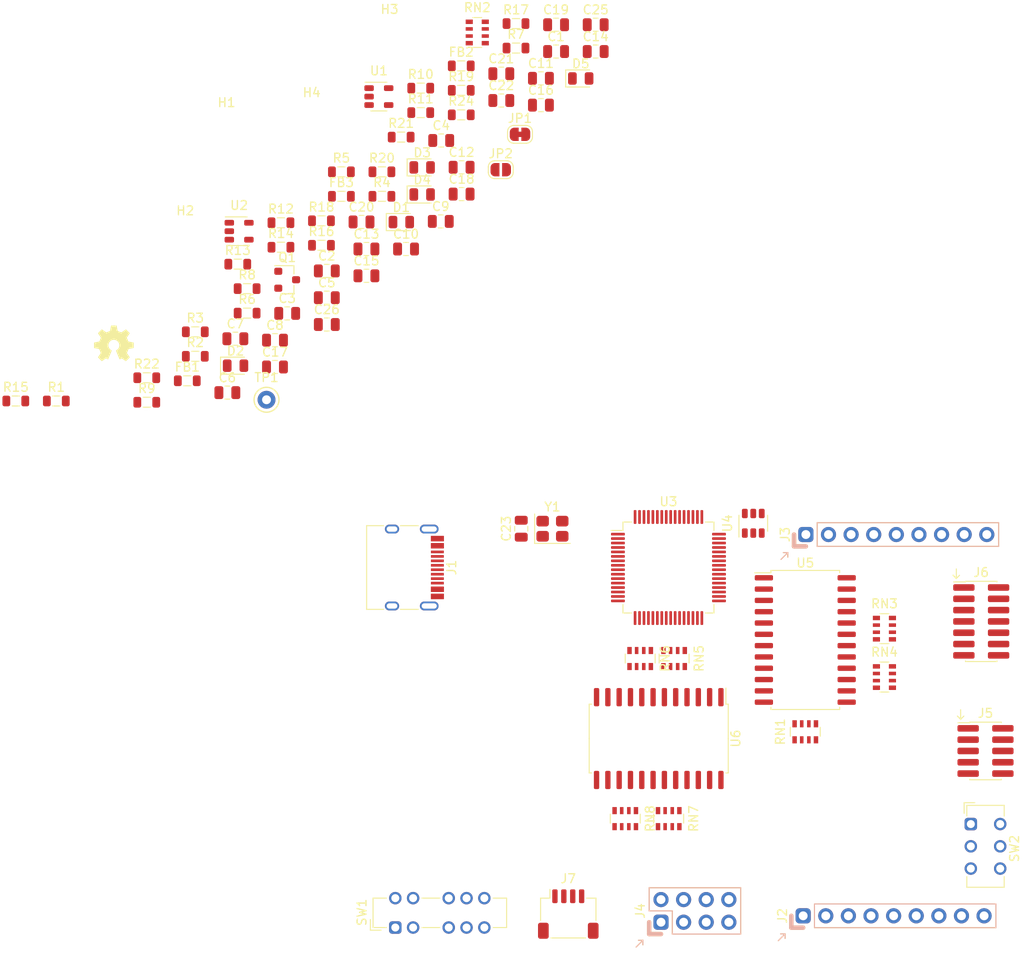
<source format=kicad_pcb>
(kicad_pcb (version 20211014) (generator pcbnew)
  (layers (0 "F.Cu" signal) (31 "B.Cu" signal) (34 "B.Paste" user) (35 "F.Paste" user) (36 "B.SilkS" user "B.Silkscreen") (37 "F.SilkS" user "F.Silkscreen") (38 "B.Mask" user) (39 "F.Mask" user) (44 "Edge.Cuts" user))
  (net 0 "")
  (net 1 "+5V")
  (net 2 "GND")
  (net 3 "+1V8")
  (net 4 "+3V3")
  (net 5 "/VPHY")
  (net 6 "/VPLL")
  (net 7 "VREG")
  (net 8 "VREF")
  (net 9 "Net-(C23-Pad1)")
  (net 10 "Net-(C25-Pad2)")
  (net 11 "Net-(D1-Pad2)")
  (net 12 "Net-(D2-Pad1)")
  (net 13 "Net-(D2-Pad2)")
  (net 14 "/RXLED")
  (net 15 "Net-(D3-Pad2)")
  (net 16 "/TXLED")
  (net 17 "Net-(D4-Pad2)")
  (net 18 "/~{ENABLE}")
  (net 19 "Net-(D5-Pad2)")
  (net 20 "/VBUS")
  (net 21 "/USB_DP")
  (net 22 "Net-(J1-PadB5)")
  (net 24 "/USB_DN")
  (net 25 "Net-(J1-PadA5)")
  (net 27 "VTARGET")
  (net 28 "/CLK")
  (net 29 "/COPI")
  (net 30 "/CIPO")
  (net 31 "/CS")
  (net 32 "/xPB4")
  (net 33 "/xPB5")
  (net 34 "/UART_TX")
  (net 35 "/~{UART_RTS}")
  (net 36 "/~{UART_CTS}")
  (net 37 "/~{UART_DTR}")
  (net 38 "/~{UART_DSR}")
  (net 39 "/~{UART_DCD}")
  (net 40 "Net-(J4-Pad4)")
  (net 41 "Net-(J4-Pad5)")
  (net 42 "/CORTEX_PIN2")
  (net 48 "/SWDIO")
  (net 49 "Net-(R6-Pad2)")
  (net 50 "Net-(R7-Pad2)")
  (net 51 "/EECS")
  (net 52 "Net-(R13-Pad2)")
  (net 53 "/EECLK")
  (net 54 "/EEDATA")
  (net 55 "Net-(R18-Pad2)")
  (net 56 "Net-(R19-Pad1)")
  (net 57 "/BD5")
  (net 58 "/BD7")
  (net 59 "/BD4")
  (net 60 "/BD3")
  (net 61 "/BD1")
  (net 62 "/BD0")
  (net 63 "/AD0")
  (net 64 "/AD2")
  (net 65 "/AD4")
  (net 66 "Net-(RN3-Pad1)")
  (net 67 "Net-(RN3-Pad2)")
  (net 68 "Net-(RN3-Pad3)")
  (net 69 "Net-(RN3-Pad4)")
  (net 70 "Net-(RN4-Pad1)")
  (net 71 "Net-(RN4-Pad2)")
  (net 72 "Net-(RN4-Pad3)")
  (net 73 "Net-(RN4-Pad4)")
  (net 74 "/AD1")
  (net 75 "/AD3")
  (net 76 "/AD5")
  (net 77 "/AD6")
  (net 78 "Net-(RN5-Pad5)")
  (net 79 "Net-(RN5-Pad6)")
  (net 80 "Net-(RN5-Pad7)")
  (net 81 "Net-(RN5-Pad8)")
  (net 82 "/BD2")
  (net 83 "/BD6")
  (net 84 "Net-(RN6-Pad5)")
  (net 85 "Net-(RN6-Pad6)")
  (net 86 "Net-(RN6-Pad7)")
  (net 87 "Net-(RN6-Pad8)")
  (net 111 "/xPB7")
  (net 112 "Net-(U3-Pad3)")
  (net 113 "/xPB2")
  (net 116 "Net-(RN8-Pad1)")
  (net 117 "Net-(RN8-Pad2)")
  (footprint "Inductor_SMD:L_0805_2012Metric" (layer "F.Cu") (at 72.176 26.1572)
    (fp_text reference "R10" (at 0 -1.55) (layer "F.SilkS"))
    (fp_text value "10k")
    (pad "1" smd roundrect (at -1.0625 0) (size 0.875 1.2) (layers "F.Cu" "F.Paste" "F.Mask") (net 4 "+3V3"))
    (pad "2" smd roundrect (at 1.0625 0) (size 0.875 1.2) (layers "F.Cu" "F.Paste" "F.Mask") (net 18 "/~{ENABLE}"))
  )
  (footprint "Resistor_SMD:R_Array_Convex_4x0603" (layer "F.Cu") (at 96.8248 90.2208 -90)
    (fp_text reference "RN6" (at 0 -2.8 90) (layer "F.SilkS"))
    (fp_text value "100")
    (pad "1" smd rect (at -0.9 -1.2 270) (size 0.8 0.5) (layers "F.Cu" "F.Paste" "F.Mask"))
    (pad "2" smd rect (at -0.9 -0.4 270) (size 0.8 0.4) (layers "F.Cu" "F.Paste" "F.Mask"))
    (pad "3" smd rect (at -0.9 0.4 270) (size 0.8 0.4) (layers "F.Cu" "F.Paste" "F.Mask") (net 75 "/AD3"))
    (pad "4" smd rect (at -0.9 1.2 270) (size 0.8 0.5) (layers "F.Cu" "F.Paste" "F.Mask") (net 74 "/AD1"))
    (pad "5" smd rect (at 0.9 1.2 270) (size 0.8 0.5) (layers "F.Cu" "F.Paste" "F.Mask") (net 84 "Net-(RN6-Pad5)"))
    (pad "6" smd rect (at 0.9 0.4 270) (size 0.8 0.4) (layers "F.Cu" "F.Paste" "F.Mask") (net 85 "Net-(RN6-Pad6)"))
    (pad "7" smd rect (at 0.9 -0.4 270) (size 0.8 0.4) (layers "F.Cu" "F.Paste" "F.Mask") (net 86 "Net-(RN6-Pad7)"))
    (pad "8" smd rect (at 0.9 -1.2 270) (size 0.8 0.5) (layers "F.Cu" "F.Paste" "F.Mask") (net 87 "Net-(RN6-Pad8)"))
  )
  (footprint "tigard:PinHeader_2x05_P1.27mm_Vertical_SMD" (layer "F.Cu") (at 135.6096 100.6039)
    (fp_text reference "J5" (at 0 -4.235) (layer "F.SilkS"))
    (fp_text value "CORTEX")
    (pad "1" smd roundrect locked (at -1.95 -2.54) (size 2.4 0.74) (layers "F.Cu" "F.Paste" "F.Mask") (net 27 "VTARGET"))
    (pad "2" smd roundrect locked (at 1.95 -2.54) (size 2.4 0.74) (layers "F.Cu" "F.Paste" "F.Mask") (net 42 "/CORTEX_PIN2"))
    (pad "3" smd roundrect locked (at -1.95 -1.27) (size 2.4 0.74) (layers "F.Cu" "F.Paste" "F.Mask") (net 2 "GND"))
    (pad "4" smd roundrect locked (at 1.95 -1.27) (size 2.4 0.74) (layers "F.Cu" "F.Paste" "F.Mask") (net 28 "/CLK"))
    (pad "5" smd roundrect locked (at -1.95 0) (size 2.4 0.74) (layers "F.Cu" "F.Paste" "F.Mask") (net 2 "GND"))
    (pad "6" smd roundrect locked (at 1.95 0) (size 2.4 0.74) (layers "F.Cu" "F.Paste" "F.Mask") (net 30 "/CIPO"))
    (pad "7" smd roundrect locked (at -1.95 1.27) (size 2.4 0.74) (layers "F.Cu" "F.Paste" "F.Mask"))
    (pad "8" smd roundrect locked (at 1.95 1.27) (size 2.4 0.74) (layers "F.Cu" "F.Paste" "F.Mask") (net 29 "/COPI"))
    (pad "9" smd roundrect locked (at -1.95 2.54) (size 2.4 0.74) (layers "F.Cu" "F.Paste" "F.Mask") (net 2 "GND"))
    (pad "10" smd roundrect locked (at 1.95 2.54) (size 2.4 0.74) (layers "F.Cu" "F.Paste" "F.Mask") (net 33 "/xPB5"))
  )
  (footprint "tigard:USB_C_Receptacle_HRO_TYPE-C-31-M-12" (layer "F.Cu") (at 70 80 -90)
    (fp_text reference "J1" (at 0 -5.645 90) (layer "F.SilkS"))
    (fp_text value "USB_C_Receptacle_USB2.0")
    (pad "" np_thru_hole circle locked (at -2.89 -2.6 270) (size 0.65 0.65) (drill 0.65) (layers *.Cu *.Mask))
    (pad "" np_thru_hole circle locked (at 2.89 -2.6 270) (size 0.65 0.65) (drill 0.65) (layers *.Cu *.Mask))
    (pad "A1" smd rect locked (at -3.25 -4.045 270) (size 0.6 1.45) (layers "F.Cu" "F.Paste" "F.Mask") (net 2 "GND"))
    (pad "A4" smd rect locked (at -2.45 -4.045 270) (size 0.6 1.45) (layers "F.Cu" "F.Paste" "F.Mask") (net 20 "/VBUS"))
    (pad "A5" smd rect locked (at -1.25 -4.045 270) (size 0.3 1.45) (layers "F.Cu" "F.Paste" "F.Mask") (net 25 "Net-(J1-PadA5)"))
    (pad "A6" smd rect locked (at -0.25 -4.045 270) (size 0.3 1.45) (layers "F.Cu" "F.Paste" "F.Mask") (net 21 "/USB_DP"))
    (pad "A7" smd rect locked (at 0.25 -4.045 270) (size 0.3 1.45) (layers "F.Cu" "F.Paste" "F.Mask") (net 24 "/USB_DN"))
    (pad "A8" smd rect locked (at 1.25 -4.045 270) (size 0.3 1.45) (layers "F.Cu" "F.Paste" "F.Mask"))
    (pad "A9" smd rect locked (at 2.45 -4.045 270) (size 0.6 1.45) (layers "F.Cu" "F.Paste" "F.Mask") (net 20 "/VBUS"))
    (pad "A12" smd rect locked (at 3.25 -4.045 270) (size 0.6 1.45) (layers "F.Cu" "F.Paste" "F.Mask") (net 2 "GND"))
    (pad "B1" smd rect locked (at 3.25 -4.045 270) (size 0.6 1.45) (layers "F.Cu" "F.Paste" "F.Mask") (net 2 "GND"))
    (pad "B4" smd rect locked (at 2.45 -4.045 270) (size 0.6 1.45) (layers "F.Cu" "F.Paste" "F.Mask") (net 20 "/VBUS"))
    (pad "B5" smd rect locked (at 1.75 -4.045 270) (size 0.3 1.45) (layers "F.Cu" "F.Paste" "F.Mask") (net 22 "Net-(J1-PadB5)"))
    (pad "B6" smd rect locked (at 0.75 -4.045 270) (size 0.3 1.45) (layers "F.Cu" "F.Paste" "F.Mask") (net 21 "/USB_DP"))
    (pad "B7" smd rect locked (at -0.75 -4.045 270) (size 0.3 1.45) (layers "F.Cu" "F.Paste" "F.Mask") (net 24 "/USB_DN"))
    (pad "B8" smd rect locked (at -1.75 -4.045 270) (size 0.3 1.45) (layers "F.Cu" "F.Paste" "F.Mask"))
    (pad "B9" smd rect locked (at -2.45 -4.045 270) (size 0.6 1.45) (layers "F.Cu" "F.Paste" "F.Mask") (net 20 "/VBUS"))
    (pad "B12" smd rect locked (at -3.25 -4.045 270) (size 0.6 1.45) (layers "F.Cu" "F.Paste" "F.Mask") (net 2 "GND"))
    (pad "S1" thru_hole oval locked (at -4.32 1.05 270) (size 1 1.6) (drill oval 0.6 1.2) (layers *.Cu *.Mask) (net 10 "Net-(C25-Pad2)"))
    (pad "S1" thru_hole oval locked (at 4.32 -3.13 270) (size 1 2.1) (drill oval 0.6 1.7) (layers *.Cu *.Mask) (net 10 "Net-(C25-Pad2)"))
    (pad "S1" thru_hole oval locked (at 4.32 1.05 270) (size 1 1.6) (drill oval 0.6 1.2) (layers *.Cu *.Mask) (net 10 "Net-(C25-Pad2)"))
    (pad "S1" thru_hole oval locked (at -4.32 -3.13 270) (size 1 2.1) (drill oval 0.6 1.7) (layers *.Cu *.Mask) (net 10 "Net-(C25-Pad2)"))
  )
  (footprint "Package_SO:SOIC-24W_7.5x15.4mm_P1.27mm" (layer "F.Cu") (at 115.3668 88.138)
    (fp_text reference "U5" (at 0 -8.65) (layer "F.SilkS"))
    (fp_text value "SN74LVC8T245")
    (pad "1" smd roundrect (at -4.65 -6.985) (size 2.05 0.6) (layers "F.Cu" "F.Paste" "F.Mask") (net 4 "+3V3"))
    (pad "2" smd roundrect (at -4.65 -5.715) (size 2.05 0.6) (layers "F.Cu" "F.Paste" "F.Mask") (net 55 "Net-(R18-Pad2)"))
    (pad "3" smd roundrect (at -4.65 -4.445) (size 2.05 0.6) (layers "F.Cu" "F.Paste" "F.Mask") (net 62 "/BD0"))
    (pad "4" smd roundrect (at -4.65 -3.175) (size 2.05 0.6) (layers "F.Cu" "F.Paste" "F.Mask") (net 61 "/BD1"))
    (pad "5" smd roundrect (at -4.65 -1.905) (size 2.05 0.6) (layers "F.Cu" "F.Paste" "F.Mask") (net 60 "/BD3"))
    (pad "6" smd roundrect (at -4.65 -0.635) (size 2.05 0.6) (layers "F.Cu" "F.Paste" "F.Mask") (net 59 "/BD4"))
    (pad "7" smd roundrect (at -4.65 0.635) (size 2.05 0.6) (layers "F.Cu" "F.Paste" "F.Mask") (net 57 "/BD5"))
    (pad "8" smd roundrect (at -4.65 1.905) (size 2.05 0.6) (layers "F.Cu" "F.Paste" "F.Mask") (net 65 "/AD4"))
    (pad "9" smd roundrect (at -4.65 3.175) (size 2.05 0.6) (layers "F.Cu" "F.Paste" "F.Mask") (net 64 "/AD2"))
    (pad "10" smd roundrect (at -4.65 4.445) (size 2.05 0.6) (layers "F.Cu" "F.Paste" "F.Mask") (net 63 "/AD0"))
    (pad "11" smd roundrect (at -4.65 5.715) (size 2.05 0.6) (layers "F.Cu" "F.Paste" "F.Mask") (net 2 "GND"))
    (pad "12" smd roundrect (at -4.65 6.985) (size 2.05 0.6) (layers "F.Cu" "F.Paste" "F.Mask") (net 2 "GND"))
    (pad "13" smd roundrect (at 4.65 6.985) (size 2.05 0.6) (layers "F.Cu" "F.Paste" "F.Mask") (net 2 "GND"))
    (pad "14" smd roundrect (at 4.65 5.715) (size 2.05 0.6) (layers "F.Cu" "F.Paste" "F.Mask") (net 73 "Net-(RN4-Pad4)"))
    (pad "15" smd roundrect (at 4.65 4.445) (size 2.05 0.6) (layers "F.Cu" "F.Paste" "F.Mask") (net 72 "Net-(RN4-Pad3)"))
    (pad "16" smd roundrect (at 4.65 3.175) (size 2.05 0.6) (layers "F.Cu" "F.Paste" "F.Mask") (net 71 "Net-(RN4-Pad2)"))
    (pad "17" smd roundrect (at 4.65 1.905) (size 2.05 0.6) (layers "F.Cu" "F.Paste" "F.Mask") (net 70 "Net-(RN4-Pad1)"))
    (pad "18" smd roundrect (at 4.65 0.635) (size 2.05 0.6) (layers "F.Cu" "F.Paste" "F.Mask") (net 69 "Net-(RN3-Pad4)"))
    (pad "19" smd roundrect (at 4.65 -0.635) (size 2.05 0.6) (layers "F.Cu" "F.Paste" "F.Mask") (net 68 "Net-(RN3-Pad3)"))
    (pad "20" smd roundrect (at 4.65 -1.905) (size 2.05 0.6) (layers "F.Cu" "F.Paste" "F.Mask") (net 67 "Net-(RN3-Pad2)"))
    (pad "21" smd roundrect (at 4.65 -3.175) (size 2.05 0.6) (layers "F.Cu" "F.Paste" "F.Mask") (net 66 "Net-(RN3-Pad1)"))
    (pad "22" smd roundrect (at 4.65 -4.445) (size 2.05 0.6) (layers "F.Cu" "F.Paste" "F.Mask") (net 18 "/~{ENABLE}"))
    (pad "23" smd roundrect (at 4.65 -5.715) (size 2.05 0.6) (layers "F.Cu" "F.Paste" "F.Mask") (net 8 "VREF"))
    (pad "24" smd roundrect (at 4.65 -6.985) (size 2.05 0.6) (layers "F.Cu" "F.Paste" "F.Mask") (net 8 "VREF"))
  )
  (footprint "Resistor_SMD:R_Array_Convex_4x0603" (layer "F.Cu") (at 124.2568 92.3036)
    (fp_text reference "RN4" (at 0 -2.8) (layer "F.SilkS"))
    (fp_text value "100")
    (pad "1" smd rect (at -0.9 -1.2) (size 0.8 0.5) (layers "F.Cu" "F.Paste" "F.Mask") (net 70 "Net-(RN4-Pad1)"))
    (pad "2" smd rect (at -0.9 -0.4) (size 0.8 0.4) (layers "F.Cu" "F.Paste" "F.Mask") (net 71 "Net-(RN4-Pad2)"))
    (pad "3" smd rect (at -0.9 0.4) (size 0.8 0.4) (layers "F.Cu" "F.Paste" "F.Mask") (net 72 "Net-(RN4-Pad3)"))
    (pad "4" smd rect (at -0.9 1.2) (size 0.8 0.5) (layers "F.Cu" "F.Paste" "F.Mask") (net 73 "Net-(RN4-Pad4)"))
    (pad "5" smd rect (at 0.9 1.2) (size 0.8 0.5) (layers "F.Cu" "F.Paste" "F.Mask") (net 34 "/UART_TX"))
    (pad "6" smd rect (at 0.9 0.4) (size 0.8 0.4) (layers "F.Cu" "F.Paste" "F.Mask") (net 35 "/~{UART_RTS}"))
    (pad "7" smd rect (at 0.9 -0.4) (size 0.8 0.4) (layers "F.Cu" "F.Paste" "F.Mask") (net 37 "/~{UART_DTR}"))
    (pad "8" smd rect (at 0.9 -1.2) (size 0.8 0.5) (layers "F.Cu" "F.Paste" "F.Mask") (net 33 "/xPB5"))
  )
  (footprint "LED_SMD:LED_0805_2012Metric" (layer "F.Cu") (at 69.996 41.2022)
    (fp_text reference "D1" (at 0 -1.65) (layer "F.SilkS"))
    (fp_text value "YELLOW")
    (pad "1" smd roundrect (at -0.9375 0) (size 0.975 1.4) (layers "F.Cu" "F.Paste" "F.Mask") (net 2 "GND"))
    (pad "2" smd roundrect (at 0.9375 0) (size 0.975 1.4) (layers "F.Cu" "F.Paste" "F.Mask") (net 11 "Net-(D1-Pad2)"))
  )
  (footprint "Inductor_SMD:L_0805_2012Metric" (layer "F.Cu") (at 52.676 51.4272)
    (fp_text reference "R6" (at 0 -1.55) (layer "F.SilkS"))
    (fp_text value "12k, 1%")
    (pad "1" smd roundrect (at -1.0625 0) (size 0.875 1.2) (layers "F.Cu" "F.Paste" "F.Mask") (net 2 "GND"))
    (pad "2" smd roundrect (at 1.0625 0) (size 0.875 1.2) (layers "F.Cu" "F.Paste" "F.Mask") (net 49 "Net-(R6-Pad2)"))
  )
  (footprint "tigard:PinHeader_1x09_P2.54mm_Vertical" (layer "F.Cu") (at 115.1293 119.1195 90)
    (fp_text reference "J2" (at 0 -2.33 90) (layer "F.SilkS"))
    (fp_text value "JTAG")
    (pad "1" thru_hole roundrect locked (at 0 0 90) (size 1.7 1.7) (drill 1) (layers *.Cu *.Mask) (net 27 "VTARGET"))
    (pad "2" thru_hole oval locked (at 0 2.54 90) (size 1.7 1.7) (drill 1) (layers *.Cu *.Mask) (net 2 "GND"))
    (pad "3" thru_hole oval locked (at 0 5.08 90) (size 1.7 1.7) (drill 1) (layers *.Cu *.Mask) (net 28 "/CLK"))
    (pad "4" thru_hole oval locked (at 0 7.62 90) (size 1.7 1.7) (drill 1) (layers *.Cu *.Mask) (net 29 "/COPI"))
    (pad "5" thru_hole oval locked (at 0 10.16 90) (size 1.7 1.7) (drill 1) (layers *.Cu *.Mask) (net 30 "/CIPO"))
    (pad "6" thru_hole oval locked (at 0 12.7 90) (size 1.7 1.7) (drill 1) (layers *.Cu *.Mask) (net 31 "/CS"))
    (pad "7" thru_hole oval locked (at 0 15.24 90) (size 1.7 1.7) (drill 1) (layers *.Cu *.Mask) (net 32 "/xPB4"))
    (pad "8" thru_hole oval locked (at 0 17.78 90) (size 1.7 1.7) (drill 1) (layers *.Cu *.Mask) (net 33 "/xPB5"))
    (pad "9" thru_hole oval locked (at 0 20.32 90) (size 1.7 1.7) (drill 1) (layers *.Cu *.Mask) (net 111 "/xPB7"))
  )
  (footprint "tigard:SW_ALPS_SSSS224100_DP4T" (layer "F.Cu") (at 69.3204 120.4343)
    (fp_text reference "SW1" (at -3.75 -1.7 90) (layer "F.SilkS"))
    (fp_text value "TARGET")
    (pad "1" thru_hole roundrect locked (at 0 0) (size 1.4 1.4) (drill 0.9) (layers *.Cu *.Mask))
    (pad "2" thru_hole circle locked (at 2 0) (size 1.4 1.4) (drill 0.9) (layers *.Cu *.Mask))
    (pad "3" thru_hole circle locked (at 6 0) (size 1.4 1.4) (drill 0.9) (layers *.Cu *.Mask))
    (pad "4" thru_hole circle locked (at 8 0) (size 1.4 1.4) (drill 0.9) (layers *.Cu *.Mask))
    (pad "5" thru_hole circle locked (at 10 0) (size 1.4 1.4) (drill 0.9) (layers *.Cu *.Mask))
    (pad "6" thru_hole circle locked (at 0 -3.3) (size 1.4 1.4) (drill 0.9) (layers *.Cu *.Mask) (net 1 "+5V"))
    (pad "7" thru_hole circle locked (at 2 -3.3) (size 1.4 1.4) (drill 0.9) (layers *.Cu *.Mask) (net 4 "+3V3"))
    (pad "8" thru_hole circle locked (at 6 -3.3) (size 1.4 1.4) (drill 0.9) (layers *.Cu *.Mask) (net 8 "VREF"))
    (pad "9" thru_hole circle locked (at 8 -3.3) (size 1.4 1.4) (drill 0.9) (layers *.Cu *.Mask) (net 3 "+1V8"))
    (pad "10" thru_hole circle locked (at 10 -3.3) (size 1.4 1.4) (drill 0.9) (layers *.Cu *.Mask) (net 27 "VTARGET"))
  )
  (footprint "Capacitor_SMD:C_0805_2012Metric" (layer "F.Cu") (at 66.076 44.2272)
    (fp_text reference "C13" (at 0 -1.68) (layer "F.SilkS"))
    (fp_text value "100n")
    (pad "1" smd roundrect (at -0.95 0) (size 1 1.45) (layers "F.Cu" "F.Paste" "F.Mask") (net 7 "VREG"))
    (pad "2" smd roundrect (at 0.95 0) (size 1 1.45) (layers "F.Cu" "F.Paste" "F.Mask") (net 2 "GND"))
  )
  (footprint "tigard:SW_CuK_JS202011CQN_DPDT_Straight" (layer "F.Cu") (at 133.9596 108.8136 -90)
    (fp_text reference "SW2" (at 2.75 -4.9 90) (layer "F.SilkS"))
    (fp_text value "MODE")
    (pad "1" thru_hole roundrect locked (at 0 0 270) (size 1.4 1.4) (drill 0.9) (layers *.Cu *.Mask) (net 31 "/CS"))
    (pad "2" thru_hole circle locked (at 2.5 0 270) (size 1.4 1.4) (drill 0.9) (layers *.Cu *.Mask) (net 42 "/CORTEX_PIN2"))
    (pad "3" thru_hole circle locked (at 5 0 270) (size 1.4 1.4) (drill 0.9) (layers *.Cu *.Mask) (net 48 "/SWDIO"))
    (pad "4" thru_hole circle locked (at 0 -3.3) (size 1.4 1.4) (drill 0.9) (layers *.Cu *.Mask) (net 30 "/CIPO"))
    (pad "5" thru_hole circle locked (at 2.5 -3.3 270) (size 1.4 1.4) (drill 0.9) (layers *.Cu *.Mask) (net 113 "/xPB2"))
    (pad "6" thru_hole circle locked (at 5 -3.3 270) (size 1.4 1.4) (drill 0.9) (layers *.Cu *.Mask) (net 48 "/SWDIO"))
  )
  (footprint "Capacitor_SMD:C_0805_2012Metric" (layer "F.Cu") (at 91.826 19.0372)
    (fp_text reference "C25" (at 0 -1.68) (layer "F.SilkS"))
    (fp_text value "NF")
    (pad "1" smd roundrect (at -0.95 0) (size 1 1.45) (layers "F.Cu" "F.Paste" "F.Mask") (net 2 "GND"))
    (pad "2" smd roundrect (at 0.95 0) (size 1 1.45) (layers "F.Cu" "F.Paste" "F.Mask") (net 10 "Net-(C25-Pad2)"))
  )
  (footprint "Capacitor_SMD:C_0805_2012Metric" (layer "F.Cu") (at 70.526 44.2272)
    (fp_text reference "C10" (at 0 -1.68) (layer "F.SilkS"))
    (fp_text value "2u2")
    (pad "1" smd roundrect (at -0.95 0) (size 1 1.45) (layers "F.Cu" "F.Paste" "F.Mask") (net 7 "VREG"))
    (pad "2" smd roundrect (at 0.95 0) (size 1 1.45) (layers "F.Cu" "F.Paste" "F.Mask") (net 2 "GND"))
  )
  (footprint "Capacitor_SMD:C_0805_2012Metric" (layer "F.Cu") (at 50.456 60.3572)
    (fp_text reference "C6" (at 0 -1.68) (layer "F.SilkS"))
    (fp_text value "2u2")
    (pad "1" smd roundrect (at -0.95 0) (size 1 1.45) (layers "F.Cu" "F.Paste" "F.Mask") (net 5 "/VPHY"))
    (pad "2" smd roundrect (at 0.95 0) (size 1 1.45) (layers "F.Cu" "F.Paste" "F.Mask") (net 2 "GND"))
  )
  (footprint "Resistor_SMD:R_Array_Convex_4x0603" (layer "F.Cu") (at 100.0252 108.204 -90)
    (fp_text reference "RN7" (at 0 -2.8 90) (layer "F.SilkS"))
    (fp_text value "100k")
    (pad "1" smd rect (at -0.9 -1.2 270) (size 0.8 0.5) (layers "F.Cu" "F.Paste" "F.Mask") (net 111 "/xPB7"))
    (pad "2" smd rect (at -0.9 -0.4 270) (size 0.8 0.4) (layers "F.Cu" "F.Paste" "F.Mask") (net 113 "/xPB2"))
    (pad "3" smd rect (at -0.9 0.4 270) (size 0.8 0.4) (layers "F.Cu" "F.Paste" "F.Mask") (net 39 "/~{UART_DCD}"))
    (pad "4" smd rect (at -0.9 1.2 270) (size 0.8 0.5) (layers "F.Cu" "F.Paste" "F.Mask") (net 38 "/~{UART_DSR}"))
    (pad "5" smd rect (at 0.9 1.2 270) (size 0.8 0.5) (layers "F.Cu" "F.Paste" "F.Mask") (net 8 "VREF"))
    (pad "6" smd rect (at 0.9 0.4 270) (size 0.8 0.4) (layers "F.Cu" "F.Paste" "F.Mask") (net 8 "VREF"))
    (pad "7" smd rect (at 0.9 -0.4 270) (size 0.8 0.4) (layers "F.Cu" "F.Paste" "F.Mask") (net 8 "VREF"))
    (pad "8" smd rect (at 0.9 -1.2 270) (size 0.8 0.5) (layers "F.Cu" "F.Paste" "F.Mask") (net 8 "VREF"))
  )
  (footprint "Capacitor_SMD:C_0805_2012Metric" (layer "F.Cu") (at 83.4644 75.6412 90)
    (fp_text reference "C23" (at 0 -1.68 90) (layer "F.SilkS"))
    (fp_text value "30pF")
    (pad "1" smd roundrect (at -0.95 0 90) (size 1 1.45) (layers "F.Cu" "F.Paste" "F.Mask") (net 9 "Net-(C23-Pad1)"))
    (pad "2" smd roundrect (at 0.95 0 90) (size 1 1.45) (layers "F.Cu" "F.Paste" "F.Mask") (net 2 "GND"))
  )
  (footprint "Inductor_SMD:L_0805_2012Metric" (layer "F.Cu") (at 31.246 61.2972)
    (fp_text reference "R1" (at 0 -1.55) (layer "F.SilkS"))
    (fp_text value "5k1")
    (pad "1" smd roundrect (at -1.0625 0) (size 0.875 1.2) (layers "F.Cu" "F.Paste" "F.Mask") (net 2 "GND"))
    (pad "2" smd roundrect (at 1.0625 0) (size 0.875 1.2) (layers "F.Cu" "F.Paste" "F.Mask") (net 25 "Net-(J1-PadA5)"))
  )
  (footprint "Capacitor_SMD:C_0805_2012Metric" (layer "F.Cu") (at 61.626 49.6972)
    (fp_text reference "C5" (at 0 -1.68) (layer "F.SilkS"))
    (fp_text value "100n")
    (pad "1" smd roundrect (at -0.95 0) (size 1 1.45) (layers "F.Cu" "F.Paste" "F.Mask") (net 5 "/VPHY"))
    (pad "2" smd roundrect (at 0.95 0) (size 1 1.45) (layers "F.Cu" "F.Paste" "F.Mask") (net 2 "GND"))
  )
  (footprint "Package_QFP:LQFP-64_10x10mm_P0.5mm" (layer "F.Cu") (at 100 80)
    (fp_text reference "U3" (at 0 -7.4) (layer "F.SilkS"))
    (fp_text value "FT2232HL")
    (pad "1" smd roundrect (at -5.675 -3.75) (size 1.55 0.3) (layers "F.Cu" "F.Paste" "F.Mask") (net 2 "GND"))
    (pad "2" smd roundrect (at -5.675 -3.25) (size 1.55 0.3) (layers "F.Cu" "F.Paste" "F.Mask") (net 9 "Net-(C23-Pad1)"))
    (pad "3" smd roundrect (at -5.675 -2.75) (size 1.55 0.3) (layers "F.Cu" "F.Paste" "F.Mask") (net 112 "Net-(U3-Pad3)"))
    (pad "4" smd roundrect (at -5.675 -2.25) (size 1.55 0.3) (layers "F.Cu" "F.Paste" "F.Mask") (net 5 "/VPHY"))
    (pad "5" smd roundrect (at -5.675 -1.75) (size 1.55 0.3) (layers "F.Cu" "F.Paste" "F.Mask") (net 2 "GND"))
    (pad "6" smd roundrect (at -5.675 -1.25) (size 1.55 0.3) (layers "F.Cu" "F.Paste" "F.Mask") (net 49 "Net-(R6-Pad2)"))
    (pad "7" smd roundrect (at -5.675 -0.75) (size 1.55 0.3) (layers "F.Cu" "F.Paste" "F.Mask") (net 24 "/USB_DN"))
    (pad "8" smd roundrect (at -5.675 -0.25) (size 1.55 0.3) (layers "F.Cu" "F.Paste" "F.Mask") (net 21 "/USB_DP"))
    (pad "9" smd roundrect (at -5.675 0.25) (size 1.55 0.3) (layers "F.Cu" "F.Paste" "F.Mask") (net 6 "/VPLL"))
    (pad "10" smd roundrect (at -5.675 0.75) (size 1.55 0.3) (layers "F.Cu" "F.Paste" "F.Mask") (net 2 "GND"))
    (pad "11" smd roundrect (at -5.675 1.25) (size 1.55 0.3) (layers "F.Cu" "F.Paste" "F.Mask") (net 2 "GND"))
    (pad "12" smd roundrect (at -5.675 1.75) (size 1.55 0.3) (layers "F.Cu" "F.Paste" "F.Mask") (net 7 "VREG"))
    (pad "13" smd roundrect (at -5.675 2.25) (size 1.55 0.3) (layers "F.Cu" "F.Paste" "F.Mask") (net 2 "GND"))
    (pad "14" smd roundrect (at -5.675 2.75) (size 1.55 0.3) (layers "F.Cu" "F.Paste" "F.Mask") (net 50 "Net-(R7-Pad2)"))
    (pad "15" smd roundrect (at -5.675 3.25) (size 1.55 0.3) (layers "F.Cu" "F.Paste" "F.Mask") (net 2 "GND"))
    (pad "16" smd roundrect (at -5.675 3.75) (size 1.55 0.3) (layers "F.Cu" "F.Paste" "F.Mask") (net 63 "/AD0"))
    (pad "17" smd roundrect (at -3.75 5.675) (size 0.3 1.55) (layers "F.Cu" "F.Paste" "F.Mask") (net 74 "/AD1"))
    (pad "18" smd roundrect (at -3.25 5.675) (size 0.3 1.55) (layers "F.Cu" "F.Paste" "F.Mask") (net 64 "/AD2"))
    (pad "19" smd roundrect (at -2.75 5.675) (size 0.3 1.55) (layers "F.Cu" "F.Paste" "F.Mask") (net 75 "/AD3"))
    (pad "20" smd roundrect (at -2.25 5.675) (size 0.3 1.55) (layers "F.Cu" "F.Paste" "F.Mask") (net 4 "+3V3"))
    (pad "21" smd roundrect (at -1.75 5.675) (size 0.3 1.55) (layers "F.Cu" "F.Paste" "F.Mask") (net 65 "/AD4"))
    (pad "22" smd roundrect (at -1.25 5.675) (size 0.3 1.55) (layers "F.Cu" "F.Paste" "F.Mask") (net 76 "/AD5"))
    (pad "23" smd roundrect (at -0.75 5.675) (size 0.3 1.55) (layers "F.Cu" "F.Paste" "F.Mask") (net 77 "/AD6"))
    (pad "24" smd roundrect (at -0.25 5.675) (size 0.3 1.55) (layers "F.Cu" "F.Paste" "F.Mask"))
    (pad "25" smd roundrect (at 0.25 5.675) (size 0.3 1.55) (layers "F.Cu" "F.Paste" "F.Mask") (net 2 "GND"))
    (pad "26" smd roundrect (at 0.75 5.675) (size 0.3 1.55) (layers "F.Cu" "F.Paste" "F.Mask"))
    (pad "27" smd roundrect (at 1.25 5.675) (size 0.3 1.55) (layers "F.Cu" "F.Paste" "F.Mask"))
    (pad "28" smd roundrect (at 1.75 5.675) (size 0.3 1.55) (layers "F.Cu" "F.Paste" "F.Mask"))
    (pad "29" smd roundrect (at 2.25 5.675) (size 0.3 1.55) (layers "F.Cu" "F.Paste" "F.Mask") (net 14 "/RXLED"))
    (pad "30" smd roundrect (at 2.75 5.675) (size 0.3 1.55) (layers "F.Cu" "F.Paste" "F.Mask") (net 16 "/TXLED"))
    (pad "31" smd roundrect (at 3.25 5.675) (size 0.3 1.55) (layers "F.Cu" "F.Paste" "F.Mask") (net 4 "+3V3"))
    (pad "32" smd roundrect (at 3.75 5.675) (size 0.3 1.55) (layers "F.Cu" "F.Paste" "F.Mask"))
    (pad "33" smd roundrect (at 5.675 3.75) (size 1.55 0.3) (layers "F.Cu" "F.Paste" "F.Mask"))
    (pad "34" smd roundrect (at 5.675 3.25) (size 1.55 0.3) (layers "F.Cu" "F.Paste" "F.Mask"))
    (pad "35" smd roundrect (at 5.675 2.75) (size 1.55 0.3) (layers "F.Cu" "F.Paste" "F.Mask") (net 2 "GND"))
    (pad "36" smd roundrect (at 5.675 2.25) (size 1.55 0.3) (layers "F.Cu" "F.Paste" "F.Mask"))
    (pad "37" smd roundrect (at 5.675 1.75) (size 1.55 0.3) (layers "F.Cu" "F.Paste" "F.Mask") (net 7 "VREG"))
    (pad "38" smd roundrect (at 5.675 1.25) (size 1.55 0.3) (layers "F.Cu" "F.Paste" "F.Mask") (net 62 "/BD0"))
    (pad "39" smd roundrect (at 5.675 0.75) (size 1.55 0.3) (layers "F.Cu" "F.Paste" "F.Mask") (net 61 "/BD1"))
    (pad "40" smd roundrect (at 5.675 0.25) (size 1.55 0.3) (layers "F.Cu" "F.Paste" "F.Mask") (net 82 "/BD2"))
    (pad "41" smd roundrect (at 5.675 -0.25) (size 1.55 0.3) (layers "F.Cu" "F.Paste" "F.Mask") (net 60 "/BD3"))
    (pad "42" smd roundrect (at 5.675 -0.75) (size 1.55 0.3) (layers "F.Cu" "F.Paste" "F.Mask") (net 4 "+3V3"))
    (pad "43" smd roundrect (at 5.675 -1.25) (size 1.55 0.3) (layers "F.Cu" "F.Paste" "F.Mask") (net 59 "/BD4"))
    (pad "44" smd roundrect (at 5.675 -1.75) (size 1.55 0.3) (layers "F.Cu" "F.Paste" "F.Mask") (net 57 "/BD5"))
    (pad "45" smd roundrect (at 5.675 -2.25) (size 1.55 0.3) (layers "F.Cu" "F.Paste" "F.Mask") (net 83 "/BD6"))
    (pad "46" smd roundrect (at 5.675 -2.75) (size 1.55 0.3) (layers "F.Cu" "F.Paste" "F.Mask") (net 58 "/BD7"))
    (pad "47" smd roundrect (at 5.675 -3.25) (size 1.55 0.3) (layers "F.Cu" "F.Paste" "F.Mask") (net 2 "GND"))
    (pad "48" smd roundrect (at 5.675 -3.75) (size 1.55 0.3) (layers "F.Cu" "F.Paste" "F.Mask"))
    (pad "49" smd roundrect (at 3.75 -5.675) (size 0.3 1.55) (layers "F.Cu" "F.Paste" "F.Mask") (net 7 "VREG"))
    (pad "50" smd roundrect (at 3.25 -5.675) (size 0.3 1.55) (layers "F.Cu" "F.Paste" "F.Mask") (net 4 "+3V3"))
    (pad "51" smd roundrect (at 2.75 -5.675) (size 0.3 1.55) (layers "F.Cu" "F.Paste" "F.Mask") (net 2 "GND"))
    (pad "52" smd roundrect (at 2.25 -5.675) (size 0.3 1.55) (layers "F.Cu" "F.Paste" "F.Mask"))
    (pad "53" smd roundrect (at 1.75 -5.675) (size 0.3 1.55) (layers "F.Cu" "F.Paste" "F.Mask"))
    (pad "54" smd roundrect (at 1.25 -5.675) (size 0.3 1.55) (layers "F.Cu" "F.Paste" "F.Mask"))
    (pad "55" smd roundrect (at 0.75 -5.675) (size 0.3 1.55) (layers "F.Cu" "F.Paste" "F.Mask"))
    (pad "56" smd roundrect (at 0.25 -5.675) (size 0.3 1.55) (layers "F.Cu" "F.Paste" "F.Mask") (net 4 "+3V3"))
    (pad "57" smd roundrect (at -0.25 -5.675) (size 0.3 1.55) (layers "F.Cu" "F.Paste" "F.Mask"))
    (pad "58" smd roundrect (at -0.75 -5.675) (size 0.3 1.55) (layers "F.Cu" "F.Paste" "F.Mask"))
    (pad "59" smd roundrect (at -1.25 -5.675) (size 0.3 1.55) (layers "F.Cu" "F.Paste" "F.Mask"))
    (pad "60" smd roundrect (at -1.75 -5.675) (size 0.3 1.55) (layers "F.Cu" "F.Paste" "F.Mask") (net 18 "/~{ENABLE}"))
    (pad "61" smd roundrect (at -2.25 -5.675) (size 0.3 1.55) (layers "F.Cu" "F.Paste" "F.Mask") (net 54 "/EEDATA"))
    (pad "62" smd roundrect (at -2.75 -5.675) (size 0.3 1.55) (layers "F.Cu" "F.Paste" "F.Mask") (net 53 "/EECLK"))
    (pad "63" smd roundrect (at -3.25 -5.675) (size 0.3 1.55) (layers "F.Cu" "F.Paste" "F.Mask") (net 51 "/EECS"))
    (pad "64" smd roundrect (at -3.75 -5.675) (size 0.3 1.55) (layers "F.Cu" "F.Paste" "F.Mask") (net 7 "VREG"))
  )
  (footprint "Package_SO:SOIC-24W_7.5x15.4mm_P1.27mm" (layer "F.Cu") (at 98.9076 99.2124 -90)
    (fp_text reference "U6" (at 0 -8.65 90) (layer "F.SilkS"))
    (fp_text value "SN74LVC8T245")
    (pad "1" smd roundrect (at -4.65 -6.985 270) (size 2.05 0.6) (layers "F.Cu" "F.Paste" "F.Mask") (net 4 "+3V3"))
    (pad "2" smd roundrect (at -4.65 -5.715 270) (size 2.05 0.6) (layers "F.Cu" "F.Paste" "F.Mask") (net 56 "Net-(R19-Pad1)"))
    (pad "3" smd roundrect (at -4.65 -4.445 270) (size 2.05 0.6) (layers "F.Cu" "F.Paste" "F.Mask") (net 81 "Net-(RN5-Pad8)"))
    (pad "4" smd roundrect (at -4.65 -3.175 270) (size 2.05 0.6) (layers "F.Cu" "F.Paste" "F.Mask") (net 80 "Net-(RN5-Pad7)"))
    (pad "5" smd roundrect (at -4.65 -1.905 270) (size 2.05 0.6) (layers "F.Cu" "F.Paste" "F.Mask") (net 79 "Net-(RN5-Pad6)"))
    (pad "6" smd roundrect (at -4.65 -0.635 270) (size 2.05 0.6) (layers "F.Cu" "F.Paste" "F.Mask") (net 78 "Net-(RN5-Pad5)"))
    (pad "7" smd roundrect (at -4.65 0.635 270) (size 2.05 0.6) (layers "F.Cu" "F.Paste" "F.Mask") (net 87 "Net-(RN6-Pad8)"))
    (pad "8" smd roundrect (at -4.65 1.905 270) (size 2.05 0.6) (layers "F.Cu" "F.Paste" "F.Mask") (net 86 "Net-(RN6-Pad7)"))
    (pad "9" smd roundrect (at -4.65 3.175 270) (size 2.05 0.6) (layers "F.Cu" "F.Paste" "F.Mask") (net 85 "Net-(RN6-Pad6)"))
    (pad "10" smd roundrect (at -4.65 4.445 270) (size 2.05 0.6) (layers "F.Cu" "F.Paste" "F.Mask") (net 84 "Net-(RN6-Pad5)"))
    (pad "11" smd roundrect (at -4.65 5.715 270) (size 2.05 0.6) (layers "F.Cu" "F.Paste" "F.Mask") (net 2 "GND"))
    (pad "12" smd roundrect (at -4.65 6.985 270) (size 2.05 0.6) (layers "F.Cu" "F.Paste" "F.Mask") (net 2 "GND"))
    (pad "13" smd roundrect (at 4.65 6.985 270) (size 2.05 0.6) (layers "F.Cu" "F.Paste" "F.Mask") (net 2 "GND"))
    (pad "14" smd roundrect (at 4.65 5.715 270) (size 2.05 0.6) (layers "F.Cu" "F.Paste" "F.Mask") (net 111 "/xPB7"))
    (pad "15" smd roundrect (at 4.65 4.445 270) (size 2.05 0.6) (layers "F.Cu" "F.Paste" "F.Mask") (net 36 "/~{UART_CTS}"))
    (pad "16" smd roundrect (at 4.65 3.175 270) (size 2.05 0.6) (layers "F.Cu" "F.Paste" "F.Mask") (net 117 "Net-(RN8-Pad2)"))
    (pad "17" smd roundrect (at 4.65 1.905 270) (size 2.05 0.6) (layers "F.Cu" "F.Paste" "F.Mask") (net 116 "Net-(RN8-Pad1)"))
    (pad "18" smd roundrect (at 4.65 0.635 270) (size 2.05 0.6) (layers "F.Cu" "F.Paste" "F.Mask") (net 38 "/~{UART_DSR}"))
    (pad "19" smd roundrect (at 4.65 -0.635 270) (size 2.05 0.6) (layers "F.Cu" "F.Paste" "F.Mask") (net 39 "/~{UART_DCD}"))
    (pad "20" smd roundrect (at 4.65 -1.905 270) (size 2.05 0.6) (layers "F.Cu" "F.Paste" "F.Mask") (net 113 "/xPB2"))
    (pad "21" smd roundrect (at 4.65 -3.175 270) (size 2.05 0.6) (layers "F.Cu" "F.Paste" "F.Mask") (net 111 "/xPB7"))
    (pad "22" smd roundrect (at 4.65 -4.445 270) (size 2.05 0.6) (layers "F.Cu" "F.Paste" "F.Mask") (net 18 "/~{ENABLE}"))
    (pad "23" smd roundrect (at 4.65 -5.715 270) (size 2.05 0.6) (layers "F.Cu" "F.Paste" "F.Mask") (net 8 "VREF"))
    (pad "24" smd roundrect (at 4.65 -6.985 270) (size 2.05 0.6) (layers "F.Cu" "F.Paste" "F.Mask") (net 8 "VREF"))
  )
  (footprint "tigard:SOT-23-6_RoundRect" (layer "F.Cu") (at 109.5248 75.0316 90)
    (fp_text reference "U4" (at 0 -2.9 90) (layer "F.SilkS"))
    (fp_text value "93LC46BT-I/OT")
    (pad "1" smd roundrect locked (at -1.1 -0.95 90) (size 1.06 0.65) (layers "F.Cu" "F.Paste" "F.Mask") (net 52 "Net-(R13-Pad2)"))
    (pad "2" smd roundrect locked (at -1.1 0 90) (size 1.06 0.65) (layers "F.Cu" "F.Paste" "F.Mask") (net 2 "GND"))
    (pad "3" smd roundrect locked (at -1.1 0.95 90) (size 1.06 0.65) (layers "F.Cu" "F.Paste" "F.Mask") (net 54 "/EEDATA"))
    (pad "4" smd roundrect locked (at 1.1 0.95 90) (size 1.06 0.65) (layers "F.Cu" "F.Paste" "F.Mask") (net 53 "/EECLK"))
    (pad "5" smd roundrect locked (at 1.1 0 90) (size 1.06 0.65) (layers "F.Cu" "F.Paste" "F.Mask") (net 51 "/EECS"))
    (pad "6" smd roundrect locked (at 1.1 -0.95 90) (size 1.06 0.65) (layers "F.Cu" "F.Paste" "F.Mask") (net 4 "+3V3"))
  )
  (footprint "tigard:PinHeader_2x07_P1.27mm_Vertical_SMD" (layer "F.Cu") (at 135.128 86.0552)
    (fp_text reference "J6" (at 0 -5.505) (layer "F.SilkS"))
    (fp_text value "LA")
    (pad "1" smd roundrect locked (at -1.95 -3.81) (size 2.4 0.74) (layers "F.Cu" "F.Paste" "F.Mask") (net 28 "/CLK"))
    (pad "2" smd roundrect locked (at 1.95 -3.81) (size 2.4 0.74) (layers "F.Cu" "F.Paste" "F.Mask") (net 29 "/COPI"))
    (pad "3" smd roundrect locked (at -1.95 -2.54) (size 2.4 0.74) (layers "F.Cu" "F.Paste" "F.Mask") (net 113 "/xPB2"))
    (pad "4" smd roundrect locked (at 1.95 -2.54) (size 2.4 0.74) (layers "F.Cu" "F.Paste" "F.Mask") (net 31 "/CS"))
    (pad "5" smd roundrect locked (at -1.95 -1.27) (size 2.4 0.74) (layers "F.Cu" "F.Paste" "F.Mask") (net 32 "/xPB4"))
    (pad "6" smd roundrect locked (at 1.95 -1.27) (size 2.4 0.74) (layers "F.Cu" "F.Paste" "F.Mask") (net 33 "/xPB5"))
    (pad "7" smd roundrect locked (at -1.95 0) (size 2.4 0.74) (layers "F.Cu" "F.Paste" "F.Mask") (net 34 "/UART_TX"))
    (pad "8" smd roundrect locked (at 1.95 0) (size 2.4 0.74) (layers "F.Cu" "F.Paste" "F.Mask") (net 111 "/xPB7"))
    (pad "9" smd roundrect locked (at -1.95 1.27) (size 2.4 0.74) (layers "F.Cu" "F.Paste" "F.Mask") (net 2 "GND"))
    (pad "10" smd roundrect locked (at 1.95 1.27) (size 2.4 0.74) (layers "F.Cu" "F.Paste" "F.Mask") (net 2 "GND"))
    (pad "11" smd roundrect locked (at -1.95 2.54) (size 2.4 0.74) (layers "F.Cu" "F.Paste" "F.Mask"))
    (pad "12" smd roundrect locked (at 1.95 2.54) (size 2.4 0.74) (layers "F.Cu" "F.Paste" "F.Mask"))
    (pad "13" smd roundrect locked (at -1.95 3.81) (size 2.4 0.74) (layers "F.Cu" "F.Paste" "F.Mask"))
    (pad "14" smd roundrect locked (at 1.95 3.81) (size 2.4 0.74) (layers "F.Cu" "F.Paste" "F.Mask"))
  )
  (footprint "Resistor_SMD:R_Array_Convex_4x0603" (layer "F.Cu") (at 124.2568 86.868)
    (fp_text reference "RN3" (at 0 -2.8) (layer "F.SilkS"))
    (fp_text value "100")
    (pad "1" smd rect (at -0.9 -1.2) (size 0.8 0.5) (layers "F.Cu" "F.Paste" "F.Mask") (net 66 "Net-(RN3-Pad1)"))
    (pad "2" smd rect (at -0.9 -0.4) (size 0.8 0.4) (layers "F.Cu" "F.Paste" "F.Mask") (net 67 "Net-(RN3-Pad2)"))
    (pad "3" smd rect (at -0.9 0.4) (size 0.8 0.4) (layers "F.Cu" "F.Paste" "F.Mask") (net 68 "Net-(RN3-Pad3)"))
    (pad "4" smd rect (at -0.9 1.2) (size 0.8 0.5) (layers "F.Cu" "F.Paste" "F.Mask") (net 69 "Net-(RN3-Pad4)"))
    (pad "5" smd rect (at 0.9 1.2) (size 0.8 0.5) (layers "F.Cu" "F.Paste" "F.Mask") (net 32 "/xPB4"))
    (pad "6" smd rect (at 0.9 0.4) (size 0.8 0.4) (layers "F.Cu" "F.Paste" "F.Mask") (net 31 "/CS"))
    (pad "7" smd rect (at 0.9 -0.4) (size 0.8 0.4) (layers "F.Cu" "F.Paste" "F.Mask") (net 29 "/COPI"))
    (pad "8" smd rect (at 0.9 -1.2) (size 0.8 0.5) (layers "F.Cu" "F.Paste" "F.Mask") (net 28 "/CLK"))
  )
  (footprint "MountingHole:MountingHole_3.2mm_M3_ISO7380" (layer "F.Cu") (at 45.726 43.7772)
    (fp_text reference "H2" (at 0 -3.85) (layer "F.SilkS"))
    (fp_text value "MountingHole")
    (pad "" np_thru_hole circle (at 0 0) (size 3.2 3.2) (drill 3.2) (layers *.Cu *.Mask))
  )
  (footprint "Inductor_SMD:L_0805_2012Metric" (layer "F.Cu") (at 76.726 29.1572)
    (fp_text reference "R24" (at 0 -1.55) (layer "F.SilkS"))
    (fp_text value "10k")
    (pad "1" smd roundrect (at -1.0625 0) (size 0.875 1.2) (layers "F.Cu" "F.Paste" "F.Mask") (net 2 "GND"))
    (pad "2" smd roundrect (at 1.0625 0) (size 0.875 1.2) (layers "F.Cu" "F.Paste" "F.Mask") (net 8 "VREF"))
  )
  (footprint "Inductor_SMD:L_0805_2012Metric" (layer "F.Cu") (at 52.676 48.6772)
    (fp_text reference "R8" (at 0 -1.55) (layer "F.SilkS"))
    (fp_text value "330")
    (pad "1" smd roundrect (at -1.0625 0) (size 0.875 1.2) (layers "F.Cu" "F.Paste" "F.Mask") (net 15 "Net-(D3-Pad2)"))
    (pad "2" smd roundrect (at 1.0625 0) (size 0.875 1.2) (layers "F.Cu" "F.Paste" "F.Mask") (net 4 "+3V3"))
  )
  (footprint "Capacitor_SMD:C_0805_2012Metric" (layer "F.Cu") (at 61.626 46.6872)
    (fp_text reference "C2" (at 0 -1.68) (layer "F.SilkS"))
    (fp_text value "2u2")
    (pad "1" smd roundrect (at -0.95 0) (size 1 1.45) (layers "F.Cu" "F.Paste" "F.Mask") (net 3 "+1V8"))
    (pad "2" smd roundrect (at 0.95 0) (size 1 1.45) (layers "F.Cu" "F.Paste" "F.Mask") (net 2 "GND"))
  )
  (footprint "Capacitor_SMD:C_0805_2012Metric" (layer "F.Cu") (at 66.076 47.2372)
    (fp_text reference "C15" (at 0 -1.68) (layer "F.SilkS"))
    (fp_text value "100n")
    (pad "1" smd roundrect (at -0.95 0) (size 1 1.45) (layers "F.Cu" "F.Paste" "F.Mask") (net 4 "+3V3"))
    (pad "2" smd roundrect (at 0.95 0) (size 1 1.45) (layers "F.Cu" "F.Paste" "F.Mask") (net 2 "GND"))
  )
  (footprint "tigard:SOT-23-5_RoundRect" (layer "F.Cu") (at 51.776 42.2272)
    (fp_text reference "U2" (at 0 -2.9) (layer "F.SilkS"))
    (fp_text value "AP7365-33")
    (pad "1" smd roundrect locked (at -1.1 -0.95) (size 1.06 0.65) (layers "F.Cu" "F.Paste" "F.Mask") (net 1 "+5V"))
    (pad "2" smd roundrect locked (at -1.1 0) (size 1.06 0.65) (layers "F.Cu" "F.Paste" "F.Mask") (net 2 "GND"))
    (pad "3" smd roundrect locked (at -1.1 0.95) (size 1.06 0.65) (layers "F.Cu" "F.Paste" "F.Mask") (net 1 "+5V"))
    (pad "4" smd roundrect locked (at 1.1 0.95) (size 1.06 0.65) (layers "F.Cu" "F.Paste" "F.Mask"))
    (pad "5" smd roundrect locked (at 1.1 -0.95) (size 1.06 0.65) (layers "F.Cu" "F.Paste" "F.Mask") (net 4 "+3V3"))
  )
  (footprint "MountingHole:MountingHole_3.2mm_M3_ISO7380" (layer "F.Cu") (at 50.366 31.6272)
    (fp_text reference "H1" (at 0 -3.85) (layer "F.SilkS"))
    (fp_text value "MountingHole")
    (pad "" np_thru_hole circle (at 0 0) (size 3.2 3.2) (drill 3.2) (layers *.Cu *.Mask))
  )
  (footprint "Inductor_SMD:L_0805_2012Metric" (layer "F.Cu") (at 51.626 45.9272)
    (fp_text reference "R13" (at 0 -1.55) (layer "F.SilkS"))
    (fp_text value "10k")
    (pad "1" smd roundrect (at -1.0625 0) (size 0.875 1.2) (layers "F.Cu" "F.Paste" "F.Mask") (net 4 "+3V3"))
    (pad "2" smd roundrect (at 1.0625 0) (size 0.875 1.2) (layers "F.Cu" "F.Paste" "F.Mask") (net 52 "Net-(R13-Pad2)"))
  )
  (footprint "Connector_JST:JST_SH_SM04B-SRSS-TB_1x04-1MP_P1.00mm_Horizontal" (layer "F.Cu") (at 88.7476 118.9228)
    (fp_text reference "J7" (at 0 -3.98) (layer "F.SilkS"))
    (fp_text value "I2C")
    (pad "1" smd roundrect (at -1.5 -2) (size 0.6 1.55) (layers "F.Cu" "F.Paste" "F.Mask") (net 2 "GND"))
    (pad "2" smd roundrect (at -0.5 -2) (size 0.6 1.55) (layers "F.Cu" "F.Paste" "F.Mask") (net 27 "VTARGET"))
    (pad "3" smd roundrect (at 0.5 -2) (size 0.6 1.55) (layers "F.Cu" "F.Paste" "F.Mask") (net 29 "/COPI"))
    (pad "4" smd roundrect (at 1.5 -2) (size 0.6 1.55) (layers "F.Cu" "F.Paste" "F.Mask") (net 28 "/CLK"))
    (pad "MP" smd roundrect (at -2.8 1.875) (size 1.2 1.8) (layers "F.Cu" "F.Paste" "F.Mask") (roundrect_rratio 0.208333) (net 2 "GND"))
    (pad "MP" smd roundrect (at 2.8 1.875) (size 1.2 1.8) (layers "F.Cu" "F.Paste" "F.Mask") (roundrect_rratio 0.208333) (net 2 "GND"))
  )
  (footprint "LED_SMD:LED_0805_2012Metric" (layer "F.Cu") (at 72.336 35.0622)
    (fp_text reference "D3" (at 0 -1.65) (layer "F.SilkS"))
    (fp_text value "GREEN")
    (pad "1" smd roundrect (at -0.9375 0) (size 0.975 1.4) (layers "F.Cu" "F.Paste" "F.Mask") (net 14 "/RXLED"))
    (pad "2" smd roundrect (at 0.9375 0) (size 0.975 1.4) (layers "F.Cu" "F.Paste" "F.Mask") (net 15 "Net-(D3-Pad2)"))
  )
  (footprint "tigard:Crystal_SMD_3225-4Pin_3.2x2.5mm_RoundRect" (layer "F.Cu") (at 86.9696 75.6412)
    (fp_text reference "Y1" (at 0 -2.45) (layer "F.SilkS"))
    (fp_text value "12MHz")
    (pad "1" smd roundrect locked (at -1.1 0.85) (size 1.4 1.2) (layers "F.Cu" "F.Paste" "F.Mask") (net 9 "Net-(C23-Pad1)"))
    (pad "2" smd roundrect locked (at 1.1 0.85) (size 1.4 1.2) (layers "F.Cu" "F.Paste" "F.Mask") (net 2 "GND"))
    (pad "3" smd roundrect locked (at 1.1 -0.85) (size 1.4 1.2) (layers "F.Cu" "F.Paste" "F.Mask") (net 112 "Net-(U3-Pad3)"))
    (pad "4" smd roundrect locked (at -1.1 -0.85) (size 1.4 1.2) (layers "F.Cu" "F.Paste" "F.Mask") (net 2 "GND"))
  )
  (footprint "Capacitor_SMD:C_0805_2012Metric" (layer "F.Cu") (at 55.806 54.4672)
    (fp_text reference "C8" (at 0 -1.68) (layer "F.SilkS"))
    (fp_text value "100n")
    (pad "1" smd roundrect (at -0.95 0) (size 1 1.45) (layers "F.Cu" "F.Paste" "F.Mask") (net 6 "/VPLL"))
    (pad "2" smd roundrect (at 0.95 0) (size 1 1.45) (layers "F.Cu" "F.Paste" "F.Mask") (net 2 "GND"))
  )
  (footprint "tigard:SOT-23-5_RoundRect" (layer "F.Cu") (at 67.476 27.1072)
    (fp_text reference "U1" (at 0 -2.9) (layer "F.SilkS"))
    (fp_text value "AP7365-18")
    (pad "1" smd roundrect locked (at -1.1 -0.95) (size 1.06 0.65) (layers "F.Cu" "F.Paste" "F.Mask") (net 1 "+5V"))
    (pad "2" smd roundrect locked (at -1.1 0) (size 1.06 0.65) (layers "F.Cu" "F.Paste" "F.Mask") (net 2 "GND"))
    (pad "3" smd roundrect locked (at -1.1 0.95) (size 1.06 0.65) (layers "F.Cu" "F.Paste" "F.Mask") (net 1 "+5V"))
    (pad "4" smd roundrect locked (at 1.1 0.95) (size 1.06 0.65) (layers "F.Cu" "F.Paste" "F.Mask"))
    (pad "5" smd roundrect locked (at 1.1 -0.95) (size 1.06 0.65) (layers "F.Cu" "F.Paste" "F.Mask") (net 3 "+1V8"))
  )
  (footprint "Inductor_SMD:L_0805_2012Metric" (layer "F.Cu") (at 67.816 38.3072)
    (fp_text reference "R4" (at 0 -1.55) (layer "F.SilkS"))
    (fp_text value "330")
    (pad "1" smd roundrect (at -1.0625 0) (size 0.875 1.2) (layers "F.Cu" "F.Paste" "F.Mask") (net 4 "+3V3"))
    (pad "2" smd roundrect (at 1.0625 0) (size 0.875 1.2) (layers "F.Cu" "F.Paste" "F.Mask") (net 11 "Net-(D1-Pad2)"))
  )
  (footprint "Inductor_SMD:L_0805_2012Metric" (layer "F.Cu") (at 69.976 31.6572)
    (fp_text reference "R21" (at 0 -1.55) (layer "F.SilkS"))
    (fp_text value "10k")
    (pad "1" smd roundrect (at -1.0625 0) (size 0.875 1.2) (layers "F.Cu" "F.Paste" "F.Mask") (net 27 "VTARGET"))
    (pad "2" smd roundrect (at 1.0625 0) (size 0.875 1.2) (layers "F.Cu" "F.Paste" "F.Mask") (net 40 "Net-(J4-Pad4)"))
  )
  (footprint "Capacitor_SMD:C_0805_2012Metric" (layer "F.Cu") (at 65.526 41.1872)
    (fp_text reference "C20" (at 0 -1.68) (layer "F.SilkS"))
    (fp_text value "100n")
    (pad "1" smd roundrect (at -0.95 0) (size 1 1.45) (layers "F.Cu" "F.Paste" "F.Mask") (net 4 "+3V3"))
    (pad "2" smd roundrect (at 0.95 0) (size 1 1.45) (layers "F.Cu" "F.Paste" "F.Mask") (net 2 "GND"))
  )
  (footprint "tigard:SOT-23_RoundRect" (layer "F.Cu") (at 57.176 47.6772)
    (fp_text reference "Q1" (at 0 -2.5) (layer "F.SilkS"))
    (fp_text value "BSH103")
    (pad "1" smd roundrect locked (at -1 -0.95) (size 0.9 0.8) (layers "F.Cu" "F.Paste" "F.Mask") (net 8 "VREF"))
    (pad "2" smd roundrect locked (at -1 0.95) (size 0.9 0.8) (layers "F.Cu" "F.Paste" "F.Mask") (net 2 "GND"))
    (pad "3" smd roundrect locked (at 1 0) (size 0.9 0.8) (layers "F.Cu" "F.Paste" "F.Mask") (net 12 "Net-(D2-Pad1)"))
  )
  (footprint "Inductor_SMD:L_0805_2012Metric" (layer "F.Cu") (at 56.476 44.0272)
    (fp_text reference "R14" (at 0 -1.55) (layer "F.SilkS"))
    (fp_text value "10k")
    (pad "1" smd roundrect (at -1.0625 0) (size 0.875 1.2) (layers "F.Cu" "F.Paste" "F.Mask") (net 4 "+3V3"))
    (pad "2" smd roundrect (at 1.0625 0) (size 0.875 1.2) (layers "F.Cu" "F.Paste" "F.Mask") (net 53 "/EECLK"))
  )
  (footprint "Inductor_SMD:L_0805_2012Metric" (layer "F.Cu") (at 45.956 59.0272)
    (fp_text reference "FB1" (at 0 -1.55) (layer "F.SilkS"))
    (fp_text value "600R, 0.5A")
    (pad "1" smd roundrect (at -1.0625 0) (size 0.875 1.2) (layers "F.Cu" "F.Paste" "F.Mask") (net 4 "+3V3"))
    (pad "2" smd roundrect (at 1.0625 0) (size 0.875 1.2) (layers "F.Cu" "F.Paste" "F.Mask") (net 5 "/VPHY"))
  )
  (footprint "Inductor_SMD:L_0805_2012Metric" (layer "F.Cu") (at 56.476 41.2772)
    (fp_text reference "R12" (at 0 -1.55) (layer "F.SilkS"))
    (fp_text value "10k")
    (pad "1" smd roundrect (at -1.0625 0) (size 0.875 1.2) (layers "F.Cu" "F.Paste" "F.Mask") (net 4 "+3V3"))
    (pad "2" smd roundrect (at 1.0625 0) (size 0.875 1.2) (layers "F.Cu" "F.Paste" "F.Mask") (net 51 "/EECS"))
  )
  (footprint "tigard:OSHW-Symbol_4.4x4mm_SilkScreen" (layer "F.Cu") (at 37.70732 54.817245)
    (fp_text reference "LOGO1" hide)
    (fp_text value "Logo_Open_Hardware_Small" hide)
  )
  (footprint "MountingHole:MountingHole_3.2mm_M3_ISO7380" (layer "F.Cu") (at 59.926 30.5072)
    (fp_text reference "H4" (at 0 -3.85) (layer "F.SilkS"))
    (fp_text value "MountingHole")
    (pad "" np_thru_hole circle (at 0 0) (size 3.2 3.2) (drill 3.2) (layers *.Cu *.Mask))
  )
  (footprint "Capacitor_SMD:C_0805_2012Metric" (layer "F.Cu") (at 81.226 27.5472)
    (fp_text reference "C22" (at 0 -1.68) (layer "F.SilkS"))
    (fp_text value "100n")
    (pad "1" smd roundrect (at -0.95 0) (size 1 1.45) (layers "F.Cu" "F.Paste" "F.Mask") (net 8 "VREF"))
    (pad "2" smd roundrect (at 0.95 0) (size 1 1.45) (layers "F.Cu" "F.Paste" "F.Mask") (net 2 "GND"))
  )
  (footprint "Capacitor_SMD:C_0805_2012Metric" (layer "F.Cu") (at 74.426 41.1272)
    (fp_text reference "C9" (at 0 -1.68) (layer "F.SilkS"))
    (fp_text value "2u2")
    (pad "1" smd roundrect (at -0.95 0) (size 1 1.45) (layers "F.Cu" "F.Paste" "F.Mask") (net 7 "VREG"))
    (pad "2" smd roundrect (at 0.95 0) (size 1 1.45) (layers "F.Cu" "F.Paste" "F.Mask") (net 2 "GND"))
  )
  (footprint "Inductor_SMD:L_0805_2012Metric" (layer "F.Cu") (at 26.696 61.2972)
    (fp_text reference "R15" (at 0 -1.55) (layer "F.SilkS"))
    (fp_text value "2.2k")
    (pad "1" smd roundrect (at -1.0625 0) (size 0.875 1.2) (layers "F.Cu" "F.Paste" "F.Mask") (net 54 "/EEDATA"))
    (pad "2" smd roundrect (at 1.0625 0) (size 0.875 1.2) (layers "F.Cu" "F.Paste" "F.Mask") (net 52 "Net-(R13-Pad2)"))
  )
  (footprint "Inductor_SMD:L_0805_2012Metric" (layer "F.Cu") (at 63.266 35.5572)
    (fp_text reference "R5" (at 0 -1.55) (layer "F.SilkS"))
    (fp_text value "330")
    (pad "1" smd roundrect (at -1.0625 0) (size 0.875 1.2) (layers "F.Cu" "F.Paste" "F.Mask") (net 4 "+3V3"))
    (pad "2" smd roundrect (at 1.0625 0) (size 0.875 1.2) (layers "F.Cu" "F.Paste" "F.Mask") (net 13 "Net-(D2-Pad2)"))
  )
  (footprint "Inductor_SMD:L_0805_2012Metric" (layer "F.Cu") (at 82.876 18.9072)
    (fp_text reference "R17" (at 0 -1.55) (layer "F.SilkS"))
    (fp_text value "1M")
    (pad "1" smd roundrect (at -1.0625 0) (size 0.875 1.2) (layers "F.Cu" "F.Paste" "F.Mask") (net 8 "VREF"))
    (pad "2" smd roundrect (at 1.0625 0) (size 0.875 1.2) (layers "F.Cu" "F.Paste" "F.Mask") (net 2 "GND"))
  )
  (footprint "Inductor_SMD:L_0805_2012Metric" (layer "F.Cu") (at 76.726 26.4072)
    (fp_text reference "R19" (at 0 -1.55) (layer "F.SilkS"))
    (fp_text value "10k")
    (pad "1" smd roundrect (at -1.0625 0) (size 0.875 1.2) (layers "F.Cu" "F.Paste" "F.Mask") (net 56 "Net-(R19-Pad1)"))
    (pad "2" smd roundrect (at 1.0625 0) (size 0.875 1.2) (layers "F.Cu" "F.Paste" "F.Mask") (net 2 "GND"))
  )
  (footprint "MountingHole:MountingHole_3.2mm_M3_ISO7380" (layer "F.Cu") (at 68.676 21.1572)
    (fp_text reference "H3" (at 0 -3.85) (layer "F.SilkS"))
    (fp_text value "MountingHole")
    (pad "" np_thru_hole circle (at 0 0) (size 3.2 3.2) (drill 3.2) (layers *.Cu *.Mask))
  )
  (footprint "Inductor_SMD:L_0805_2012Metric" (layer "F.Cu") (at 46.856 56.2772)
    (fp_text reference "R2" (at 0 -1.55) (layer "F.SilkS"))
    (fp_text value "5k1")
    (pad "1" smd roundrect (at -1.0625 0) (size 0.875 1.2) (layers "F.Cu" "F.Paste" "F.Mask") (net 22 "Net-(J1-PadB5)"))
    (pad "2" smd roundrect (at 1.0625 0) (size 0.875 1.2) (layers "F.Cu" "F.Paste" "F.Mask") (net 2 "GND"))
  )
  (footprint "Jumper:SolderJumper-2_P1.3mm_Open_RoundedPad1.0x1.5mm" (layer "F.Cu") (at 81.166 35.3172)
    (fp_text reference "JP2" (at 0 -1.8) (layer "F.SilkS"))
    (fp_text value "HACK")
    (pad "1" smd custom (at -0.65 0) (size 1 0.5) (layers "F.Cu" "F.Mask") (net 29 "/COPI") (options (clearance outline) (anchor rect)) (primitives (gr_circle (center 0 0.25) (end 0.5 0.25) (width 0) (fill yes)) (gr_circle (center 0 -0.25) (end 0.5 -0.25) (width 0) (fill yes)) (gr_poly (pts (xy 0.5 0.75) (xy 0 0.75) (xy 0 -0.75) (xy 0.5 -0.75)) (width 0) (fill yes))))
    (pad "2" smd custom (at 0.65 0) (size 1 0.5) (layers "F.Cu" "F.Mask") (net 48 "/SWDIO") (options (clearance outline) (anchor rect)) (primitives (gr_circle (center 0 0.25) (end 0.5 0.25) (width 0) (fill yes)) (gr_circle (center 0 -0.25) (end 0.5 -0.25) (width 0) (fill yes)) (gr_poly (pts (xy 0 0.75) (xy -0.5 0.75) (xy -0.5 -0.75) (xy 0 -0.75)) (width 0) (fill yes))))
  )
  (footprint "Resistor_SMD:R_Array_Convex_4x0603" (layer "F.Cu") (at 95.1484 108.204 -90)
    (fp_text reference "RN8" (at 0 -2.8 90) (layer "F.SilkS"))
    (fp_text value "100k")
    (pad "1" smd rect (at -0.9 -1.2 270) (size 0.8 0.5) (layers "F.Cu" "F.Paste" "F.Mask") (net 116 "Net-(RN8-Pad1)"))
    (pad "2" smd rect (at -0.9 -0.4 270) (size 0.8 0.4) (layers "F.Cu" "F.Paste" "F.Mask") (net 117 "Net-(RN8-Pad2)"))
    (pad "3" smd rect (at -0.9 0.4 270) (size 0.8 0.4) (layers "F.Cu" "F.Paste" "F.Mask") (net 36 "/~{UART_CTS}"))
    (pad "4" smd rect (at -0.9 1.2 270) (size 0.8 0.5) (layers "F.Cu" "F.Paste" "F.Mask") (net 111 "/xPB7"))
    (pad "5" smd rect (at 0.9 1.2 270) (size 0.8 0.5) (layers "F.Cu" "F.Paste" "F.Mask") (net 8 "VREF"))
    (pad "6" smd rect (at 0.9 0.4 270) (size 0.8 0.4) (layers "F.Cu" "F.Paste" "F.Mask") (net 8 "VREF"))
    (pad "7" smd rect (at 0.9 -0.4 270) (size 0.8 0.4) (layers "F.Cu" "F.Paste" "F.Mask") (net 8 "VREF"))
    (pad "8" smd rect (at 0.9 -1.2 270) (size 0.8 0.5) (layers "F.Cu" "F.Paste" "F.Mask") (net 8 "VREF"))
  )
  (footprint "LED_SMD:LED_0805_2012Metric" (layer "F.Cu") (at 51.376 57.3322)
    (fp_text reference "D2" (at 0 -1.65) (layer "F.SilkS"))
    (fp_text value "BLUE")
    (pad "1" smd roundrect (at -0.9375 0) (size 0.975 1.4) (layers "F.Cu" "F.Paste" "F.Mask") (net 12 "Net-(D2-Pad1)"))
    (pad "2" smd roundrect (at 0.9375 0) (size 0.975 1.4) (layers "F.Cu" "F.Paste" "F.Mask") (net 13 "Net-(D2-Pad2)"))
  )
  (footprint "Inductor_SMD:L_0805_2012Metric" (layer "F.Cu") (at 63.266 38.3072)
    (fp_text reference "FB3" (at 0 -1.55) (layer "F.SilkS"))
    (fp_text value "600R, 0.5A")
    (pad "1" smd roundrect (at -1.0625 0) (size 0.875 1.2) (layers "F.Cu" "F.Paste" "F.Mask") (net 1 "+5V"))
    (pad "2" smd roundrect (at 1.0625 0) (size 0.875 1.2) (layers "F.Cu" "F.Paste" "F.Mask") (net 20 "/VBUS"))
  )
  (footprint "LED_SMD:LED_0805_2012Metric" (layer "F.Cu") (at 90.146 25.0722)
    (fp_text reference "D5" (at 0 -1.65) (layer "F.SilkS"))
    (fp_text value "GREEN")
    (pad "1" smd roundrect (at -0.9375 0) (size 0.975 1.4) (layers "F.Cu" "F.Paste" "F.Mask") (net 18 "/~{ENABLE}"))
    (pad "2" smd roundrect (at 0.9375 0) (size 0.975 1.4) (layers "F.Cu" "F.Paste" "F.Mask") (net 19 "Net-(D5-Pad2)"))
  )
  (footprint "Capacitor_SMD:C_0805_2012Metric" (layer "F.Cu") (at 87.376 19.0372)
    (fp_text reference "C19" (at 0 -1.68) (layer "F.SilkS"))
    (fp_text value "100n")
    (pad "1" smd roundrect (at -0.95 0) (size 1 1.45) (layers "F.Cu" "F.Paste" "F.Mask") (net 4 "+3V3"))
    (pad "2" smd roundrect (at 0.95 0) (size 1 1.45) (layers "F.Cu" "F.Paste" "F.Mask") (net 2 "GND"))
  )
  (footprint "Inductor_SMD:L_0805_2012Metric" (layer "F.Cu") (at 61.026 43.8072)
    (fp_text reference "R16" (at 0 -1.55) (layer "F.SilkS"))
    (fp_text value "330")
    (pad "1" smd roundrect (at -1.0625 0) (size 0.875 1.2) (layers "F.Cu" "F.Paste" "F.Mask") (net 48 "/SWDIO"))
    (pad "2" smd roundrect (at 1.0625 0) (size 0.875 1.2) (layers "F.Cu" "F.Paste" "F.Mask") (net 29 "/COPI"))
  )
  (footprint "Capacitor_SMD:C_0805_2012Metric" (layer "F.Cu") (at 85.676 28.0672)
    (fp_text reference "C16" (at 0 -1.68) (layer "F.SilkS"))
    (fp_text value "100n")
    (pad "1" smd roundrect (at -0.95 0) (size 1 1.45) (layers "F.Cu" "F.Paste" "F.Mask") (net 4 "+3V3"))
    (pad "2" smd roundrect (at 0.95 0) (size 1 1.45) (layers "F.Cu" "F.Paste" "F.Mask") (net 2 "GND"))
  )
  (footprint "Capacitor_SMD:C_0805_2012Metric" (layer "F.Cu") (at 76.766 38.0572)
    (fp_text reference "C18" (at 0 -1.68) (layer "F.SilkS"))
    (fp_text value "100n")
    (pad "1" smd roundrect (at -0.95 0) (size 1 1.45) (layers "F.Cu" "F.Paste" "F.Mask") (net 4 "+3V3"))
    (pad "2" smd roundrect (at 0.95 0) (size 1 1.45) (layers "F.Cu" "F.Paste" "F.Mask") (net 2 "GND"))
  )
  (footprint "Capacitor_SMD:C_0805_2012Metric" (layer "F.Cu") (at 57.176 51.4572)
    (fp_text reference "C3" (at 0 -1.68) (layer "F.SilkS"))
    (fp_text value "2u2")
    (pad "1" smd roundrect (at -0.95 0) (size 1 1.45) (layers "F.Cu" "F.Paste" "F.Mask") (net 1 "+5V"))
    (pad "2" smd roundrect (at 0.95 0) (size 1 1.45) (layers "F.Cu" "F.Paste" "F.Mask") (net 2 "GND"))
  )
  (footprint "TestPoint:TestPoint_Keystone_5000-5004_Miniature" (layer "F.Cu") (at 54.856 61.1572)
    (fp_text reference "TP1" (at 0 -2.5) (layer "F.SilkS"))
    (fp_text value "GND")
    (pad "1" thru_hole circle (at 0 0) (size 2 2) (drill 1) (layers *.Cu *.Mask) (net 2 "GND"))
  )
  (footprint "Inductor_SMD:L_0805_2012Metric" (layer "F.Cu") (at 41.406 61.4372)
    (fp_text reference "R9" (at 0 -1.55) (layer "F.SilkS"))
    (fp_text value "330")
    (pad "1" smd roundrect (at -1.0625 0) (size 0.875 1.2) (layers "F.Cu" "F.Paste" "F.Mask") (net 17 "Net-(D4-Pad2)"))
    (pad "2" smd roundrect (at 1.0625 0) (size 0.875 1.2) (layers "F.Cu" "F.Paste" "F.Mask") (net 4 "+3V3"))
  )
  (footprint "Capacitor_SMD:C_0805_2012Metric" (layer "F.Cu") (at 87.376 22.0472)
    (fp_text reference "C1" (at 0 -1.68) (layer "F.SilkS"))
    (fp_text value "2u2")
    (pad "1" smd roundrect (at -0.95 0) (size 1 1.45) (layers "F.Cu" "F.Paste" "F.Mask") (net 1 "+5V"))
    (pad "2" smd roundrect (at 0.95 0) (size 1 1.45) (layers "F.Cu" "F.Paste" "F.Mask") (net 2 "GND"))
  )
  (footprint "Inductor_SMD:L_0805_2012Metric" (layer "F.Cu") (at 72.176 28.9072)
    (fp_text reference "R11" (at 0 -1.55) (layer "F.SilkS"))
    (fp_text value "330")
    (pad "1" smd roundrect (at -1.0625 0) (size 0.875 1.2) (layers "F.Cu" "F.Paste" "F.Mask") (net 19 "Net-(D5-Pad2)"))
    (pad "2" smd roundrect (at 1.0625 0) (size 0.875 1.2) (layers "F.Cu" "F.Paste" "F.Mask") (net 4 "+3V3"))
  )
  (footprint "Inductor_SMD:L_0805_2012Metric" (layer "F.Cu") (at 46.856 53.5272)
    (fp_text reference "R3" (at 0 -1.55) (layer "F.SilkS"))
    (fp_text value "1M")
    (pad "1" smd roundrect (at -1.0625 0) (size 0.875 1.2) (layers "F.Cu" "F.Paste" "F.Mask") (net 2 "GND"))
    (pad "2" smd roundrect (at 1.0625 0) (size 0.875 1.2) (layers "F.Cu" "F.Paste" "F.Mask") (net 10 "Net-(C25-Pad2)"))
  )
  (footprint "Capacitor_SMD:C_0805_2012Metric" (layer "F.Cu") (at 81.226 24.5372)
    (fp_text reference "C21" (at 0 -1.68) (layer "F.SilkS"))
    (fp_text value "100n")
    (pad "1" smd roundrect (at -0.95 0) (size 1 1.45) (layers "F.Cu" "F.Paste" "F.Mask") (net 8 "VREF"))
    (pad "2" smd roundrect (at 0.95 0) (size 1 1.45) (layers "F.Cu" "F.Paste" "F.Mask") (net 2 "GND"))
  )
  (footprint "Resistor_SMD:R_Array_Convex_4x0603" (layer "F.Cu") (at 78.526 19.9072)
    (fp_text reference "RN2" (at 0 -2.8) (layer "F.SilkS"))
    (fp_text value "100k")
    (pad "1" smd rect (at -0.9 -1.2) (size 0.8 0.5) (layers "F.Cu" "F.Paste" "F.Mask") (net 4 "+3V3"))
    (pad "2" smd rect (at -0.9 -0.4) (size 0.8 0.4) (layers "F.Cu" "F.Paste" "F.Mask") (net 4 "+3V3"))
    (pad "3" smd rect (at -0.9 0.4) (size 0.8 0.4) (layers "F.Cu" "F.Paste" "F.Mask") (net 4 "+3V3"))
    (pad "4" smd rect (at -0.9 1.2) (size 0.8 0.5) (layers "F.Cu" "F.Paste" "F.Mask") (net 4 "+3V3"))
    (pad "5" smd rect (at 0.9 1.2) (size 0.8 0.5) (layers "F.Cu" "F.Paste" "F.Mask") (net 63 "/AD0"))
    (pad "6" smd rect (at 0.9 0.4) (size 0.8 0.4) (layers "F.Cu" "F.Paste" "F.Mask") (net 64 "/AD2"))
    (pad "7" smd rect (at 0.9 -0.4) (size 0.8 0.4) (layers "F.Cu" "F.Paste" "F.Mask") (net 65 "/AD4"))
    (pad "8" smd rect (at 0.9 -1.2) (size 0.8 0.5) (layers "F.Cu" "F.Paste" "F.Mask") (net 57 "/BD5"))
  )
  (footprint "Inductor_SMD:L_0805_2012Metric" (layer "F.Cu") (at 82.876 21.6572)
    (fp_text reference "R7" (at 0 -1.55) (layer "F.SilkS"))
    (fp_text value "10k")
    (pad "1" smd roundrect (at -1.0625 0) (size 0.875 1.2) (layers "F.Cu" "F.Paste" "F.Mask") (net 4 "+3V3"))
    (pad "2" smd roundrect (at 1.0625 0) (size 0.875 1.2) (layers "F.Cu" "F.Paste" "F.Mask") (net 50 "Net-(R7-Pad2)"))
  )
  (footprint "Resistor_SMD:R_Array_Convex_4x0603" (layer "F.Cu") (at 115.3668 98.4504 90)
    (fp_text reference "RN1" (at 0 -2.8 90) (layer "F.SilkS"))
    (fp_text value "100k")
    (pad "1" smd rect (at -0.9 -1.2 90) (size 0.8 0.5) (layers "F.Cu" "F.Paste" "F.Mask") (net 4 "+3V3"))
    (pad "2" smd rect (at -0.9 -0.4 90) (size 0.8 0.4) (layers "F.Cu" "F.Paste" "F.Mask") (net 4 "+3V3"))
    (pad "3" smd rect (at -0.9 0.4 90) (size 0.8 0.4) (layers "F.Cu" "F.Paste" "F.Mask") (net 4 "+3V3"))
    (pad "4" smd rect (at -0.9 1.2 90) (size 0.8 0.5) (layers "F.Cu" "F.Paste" "F.Mask") (net 4 "+3V3"))
    (pad "5" smd rect (at 0.9 1.2 90) (size 0.8 0.5) (layers "F.Cu" "F.Paste" "F.Mask") (net 59 "/BD4"))
    (pad "6" smd rect (at 0.9 0.4 90) (size 0.8 0.4) (layers "F.Cu" "F.Paste" "F.Mask") (net 60 "/BD3"))
    (pad "7" smd rect (at 0.9 -0.4 90) (size 0.8 0.4) (layers "F.Cu" "F.Paste" "F.Mask") (net 61 "/BD1"))
    (pad "8" smd rect (at 0.9 -1.2 90) (size 0.8 0.5) (layers "F.Cu" "F.Paste" "F.Mask") (net 62 "/BD0"))
  )
  (footprint "tigard:PinHeader_2x04_P2.54mm_Vertical" (layer "F.Cu") (at 99.1616 119.8372 90)
    (fp_text reference "J4" (at 1.27 -2.33 90 unlocked) (layer "F.SilkS"))
    (fp_text value "SPI")
    (pad "1" thru_hole roundrect locked (at 0 0 90) (size 1.7 1.7) (drill 1) (layers *.Cu *.Mask) (net 31 "/CS"))
    (pad "2" thru_hole oval locked (at 2.54 0 90) (size 1.7 1.7) (drill 1) (layers *.Cu *.Mask) (net 27 "VTARGET"))
    (pad "3" thru_hole oval locked (at 0 2.54 90) (size 1.7 1.7) (drill 1) (layers *.Cu *.Mask) (net 30 "/CIPO"))
    (pad "4" thru_hole oval locked (at 2.54 2.54 90) (size 1.7 1.7) (drill 1) (layers *.Cu *.Mask) (net 40 "Net-(J4-Pad4)"))
    (pad "5" thru_hole oval locked (at 0 5.08 90) (size 1.7 1.7) (drill 1) (layers *.Cu *.Mask) (net 41 "Net-(J4-Pad5)"))
    (pad "6" thru_hole oval locked (at 2.54 5.08 90) (size 1.7 1.7) (drill 1) (layers *.Cu *.Mask) (net 28 "/CLK"))
    (pad "7" thru_hole oval locked (at 0 7.62 90) (size 1.7 1.7) (drill 1) (layers *.Cu *.Mask) (net 2 "GND"))
    (pad "8" thru_hole oval locked (at 2.54 7.62 90) (size 1.7 1.7) (drill 1) (layers *.Cu *.Mask) (net 29 "/COPI"))
  )
  (footprint "Inductor_SMD:L_0805_2012Metric" (layer "F.Cu") (at 76.726 23.6572)
    (fp_text reference "FB2" (at 0 -1.55) (layer "F.SilkS"))
    (fp_text value "600R, 0.5A")
    (pad "1" smd roundrect (at -1.0625 0) (size 0.875 1.2) (layers "F.Cu" "F.Paste" "F.Mask") (net 4 "+3V3"))
    (pad "2" smd roundrect (at 1.0625 0) (size 0.875 1.2) (layers "F.Cu" "F.Paste" "F.Mask") (net 6 "/VPLL"))
  )
  (footprint "Resistor_SMD:R_Array_Convex_4x0603" (layer "F.Cu") (at 100.6348 90.2208 -90)
    (fp_text reference "RN5" (at 0 -2.8 90) (layer "F.SilkS"))
    (fp_text value "100")
    (pad "1" smd rect (at -0.9 -1.2 270) (size 0.8 0.5) (layers "F.Cu" "F.Paste" "F.Mask") (net 83 "/BD6"))
    (pad "2" smd rect (at -0.9 -0.4 270) (size 0.8 0.4) (layers "F.Cu" "F.Paste" "F.Mask") (net 82 "/BD2"))
    (pad "3" smd rect (at -0.9 0.4 270) (size 0.8 0.4) (layers "F.Cu" "F.Paste" "F.Mask") (net 77 "/AD6"))
    (pad "4" smd rect (at -0.9 1.2 270) (size 0.8 0.5) (layers "F.Cu" "F.Paste" "F.Mask") (net 76 "/AD5"))
    (pad "5" smd rect (at 0.9 1.2 270) (size 0.8 0.5) (layers "F.Cu" "F.Paste" "F.Mask") (net 78 "Net-(RN5-Pad5)"))
    (pad "6" smd rect (at 0.9 0.4 270) (size 0.8 0.4) (layers "F.Cu" "F.Paste" "F.Mask") (net 79 "Net-(RN5-Pad6)"))
    (pad "7" smd rect (at 0.9 -0.4 270) (size 0.8 0.4) (layers "F.Cu" "F.Paste" "F.Mask") (net 80 "Net-(RN5-Pad7)"))
    (pad "8" smd rect (at 0.9 -1.2 270) (size 0.8 0.5) (layers "F.Cu" "F.Paste" "F.Mask") (net 81 "Net-(RN5-Pad8)"))
  )
  (footprint "tigard:PinHeader_1x09_P2.54mm_Vertical" (layer "F.Cu") (at 115.4341 76.2951 90)
    (fp_text reference "J3" (at 0 -2.33 90) (layer "F.SilkS"))
    (fp_text value "UART")
    (pad "1" thru_hole roundrect locked (at 0 0 90) (size 1.7 1.7) (drill 1) (layers *.Cu *.Mask) (net 27 "VTARGET"))
    (pad "2" thru_hole oval locked (at 0 2.54 90) (size 1.7 1.7) (drill 1) (layers *.Cu *.Mask) (net 2 "GND"))
    (pad "3" thru_hole oval locked (at 0 5.08 90) (size 1.7 1.7) (drill 1) (layers *.Cu *.Mask) (net 34 "/UART_TX"))
    (pad "4" thru_hole oval locked (at 0 7.62 90) (size 1.7 1.7) (drill 1) (layers *.Cu *.Mask) (net 111 "/xPB7"))
    (pad "5" thru_hole oval locked (at 0 10.16 90) (size 1.7 1.7) (drill 1) (layers *.Cu *.Mask) (net 35 "/~{UART_RTS}"))
    (pad "6" thru_hole oval locked (at 0 12.7 90) (size 1.7 1.7) (drill 1) (layers *.Cu *.Mask) (net 36 "/~{UART_CTS}"))
    (pad "7" thru_hole oval locked (at 0 15.24 90) (size 1.7 1.7) (drill 1) (layers *.Cu *.Mask) (net 37 "/~{UART_DTR}"))
    (pad "8" thru_hole oval locked (at 0 17.78 90) (size 1.7 1.7) (drill 1) (layers *.Cu *.Mask) (net 38 "/~{UART_DSR}"))
    (pad "9" thru_hole oval locked (at 0 20.32 90) (size 1.7 1.7) (drill 1) (layers *.Cu *.Mask) (net 39 "/~{UART_DCD}"))
  )
  (footprint "Capacitor_SMD:C_0805_2012Metric" (layer "F.Cu") (at 61.626 52.7072)
    (fp_text reference "C26" (at 0 -1.68) (layer "F.SilkS"))
    (fp_text value "100n")
    (pad "1" smd roundrect (at -0.95 0) (size 1 1.45) (layers "F.Cu" "F.Paste" "F.Mask") (net 1 "+5V"))
    (pad "2" smd roundrect (at 0.95 0) (size 1 1.45) (layers "F.Cu" "F.Paste" "F.Mask") (net 2 "GND"))
  )
  (footprint "Capacitor_SMD:C_0805_2012Metric" (layer "F.Cu") (at 74.476 32.0372)
    (fp_text reference "C4" (at 0 -1.68) (layer "F.SilkS"))
    (fp_text value "2u2")
    (pad "1" smd roundrect (at -0.95 0) (size 1 1.45) (layers "F.Cu" "F.Paste" "F.Mask") (net 4 "+3V3"))
    (pad "2" smd roundrect (at 0.95 0) (size 1 1.45) (layers "F.Cu" "F.Paste" "F.Mask") (net 2 "GND"))
  )
  (footprint "LED_SMD:LED_0805_2012Metric" (layer "F.Cu") (at 72.336 38.1022)
    (fp_text reference "D4" (at 0 -1.65) (layer "F.SilkS"))
    (fp_text value "YELLOW")
    (pad "1" smd roundrect (at -0.9375 0) (size 0.975 1.4) (layers "F.Cu" "F.Paste" "F.Mask") (net 16 "/TXLED"))
    (pad "2" smd roundrect (at 0.9375 0) (size 0.975 1.4) (layers "F.Cu" "F.Paste" "F.Mask") (net 17 "Net-(D4-Pad2)"))
  )
  (footprint "Capacitor_SMD:C_0805_2012Metric" (layer "F.Cu") (at 91.826 22.0472)
    (fp_text reference "C14" (at 0 -1.68) (layer "F.SilkS"))
    (fp_text value "100n")
    (pad "1" smd roundrect (at -0.95 0) (size 1 1.45) (layers "F.Cu" "F.Paste" "F.Mask") (net 4 "+3V3"))
    (pad "2" smd roundrect (at 0.95 0) (size 1 1.45) (layers "F.Cu" "F.Paste" "F.Mask") (net 2 "GND"))
  )
  (footprint "Inductor_SMD:L_0805_2012Metric" (layer "F.Cu") (at 67.816 35.5572)
    (fp_text reference "R20" (at 0 -1.55) (layer "F.SilkS"))
    (fp_text value "10k")
    (pad "1" smd roundrect (at -1.0625 0) (size 0.875 1.2) (layers "F.Cu" "F.Paste" "F.Mask") (net 41 "Net-(J4-Pad5)"))
    (pad "2" smd roundrect (at 1.0625 0) (size 0.875 1.2) (layers "F.Cu" "F.Paste" "F.Mask") (net 27 "VTARGET"))
  )
  (footprint "Jumper:SolderJumper-2_P1.3mm_Bridged_RoundedPad1.0x1.5mm" (layer "F.Cu") (at 83.326 31.3472)
    (fp_text reference "JP1" (at 0 -1.8) (layer "F.SilkS"))
    (fp_text value "ISO")
    (fp_poly (pts (xy 0.25 -0.3) (xy -0.25 -0.3) (xy -0.25 0.3) (xy 0.25 0.3)) (layer "F.Cu") (width 0) (fill solid))
    (pad "1" smd custom (at -0.65 0) (size 1 0.5) (layers "F.Cu" "F.Mask") (net 27 "VTARGET") (options (clearance outline) (anchor rect)) (primitives (gr_circle (center 0 0.25) (end 0.5 0.25) (width 0) (fill yes)) (gr_circle (center 0 -0.25) (end 0.5 -0.25) (width 0) (fill yes)) (gr_poly (pts (xy 0.5 0.75) (xy 0 0.75) (xy 0 -0.75) (xy 0.5 -0.75)) (width 0) (fill yes))))
    (pad "2" smd custom (at 0.65 0) (size 1 0.5) (layers "F.Cu" "F.Mask") (net 8 "VREF") (options (clearance outline) (anchor rect)) (primitives (gr_circle (center 0 0.25) (end 0.5 0.25) (width 0) (fill yes)) (gr_circle (center 0 -0.25) (end 0.5 -0.25) (width 0) (fill yes)) (gr_poly (pts (xy 0 0.75) (xy -0.5 0.75) (xy -0.5 -0.75) (xy 0 -0.75)) (width 0) (fill yes))))
  )
  (footprint "Inductor_SMD:L_0805_2012Metric" (layer "F.Cu") (at 61.026 41.0572)
    (fp_text reference "R18" (at 0 -1.55) (layer "F.SilkS"))
    (fp_text value "10k")
    (pad "1" smd roundrect (at -1.0625 0) (size 0.875 1.2) (layers "F.Cu" "F.Paste" "F.Mask") (net 4 "+3V3"))
    (pad "2" smd roundrect (at 1.0625 0) (size 0.875 1.2) (layers "F.Cu" "F.Paste" "F.Mask") (net 55 "Net-(R18-Pad2)"))
  )
  (footprint "Capacitor_SMD:C_0805_2012Metric" (layer "F.Cu") (at 51.356 54.3072)
    (fp_text reference "C7" (at 0 -1.68) (layer "F.SilkS"))
    (fp_text value "2u2")
    (pad "1" smd roundrect (at -0.95 0) (size 1 1.45) (layers "F.Cu" "F.Paste" "F.Mask") (net 6 "/VPLL"))
    (pad "2" smd roundrect (at 0.95 0) (size 1 1.45) (layers "F.Cu" "F.Paste" "F.Mask") (net 2 "GND"))
  )
  (footprint "Inductor_SMD:L_0805_2012Metric" (layer "F.Cu") (at 41.406 58.6872)
    (fp_text reference "R22" (at 0 -1.55) (layer "F.SilkS"))
    (fp_text value "2k2")
    (pad "1" smd roundrect (at -1.0625 0) (size 0.875 1.2) (layers "F.Cu" "F.Paste" "F.Mask") (net 57 "/BD5"))
    (pad "2" smd roundrect (at 1.0625 0) (size 0.875 1.2) (layers "F.Cu" "F.Paste" "F.Mask") (net 58 "/BD7"))
  )
  (footprint "Capacitor_SMD:C_0805_2012Metric" (layer "F.Cu") (at 85.676 25.0572)
    (fp_text reference "C11" (at 0 -1.68) (layer "F.SilkS"))
    (fp_text value "100n")
    (pad "1" smd roundrect (at -0.95 0) (size 1 1.45) (layers "F.Cu" "F.Paste" "F.Mask") (net 7 "VREG"))
    (pad "2" smd roundrect (at 0.95 0) (size 1 1.45) (layers "F.Cu" "F.Paste" "F.Mask") (net 2 "GND"))
  )
  (footprint "Capacitor_SMD:C_0805_2012Metric" (layer "F.Cu") (at 55.806 57.4772)
    (fp_text reference "C17" (at 0 -1.68) (layer "F.SilkS"))
    (fp_text value "100n")
    (pad "1" smd roundrect (at -0.95 0) (size 1 1.45) (layers "F.Cu" "F.Paste" "F.Mask") (net 4 "+3V3"))
    (pad "2" smd roundrect (at 0.95 0) (size 1 1.45) (layers "F.Cu" "F.Paste" "F.Mask") (net 2 "GND"))
  )
  (footprint "Capacitor_SMD:C_0805_2012Metric" (layer "F.Cu") (at 76.766 35.0472)
    (fp_text reference "C12" (at 0 -1.68) (layer "F.SilkS"))
    (fp_text value "100n")
    (pad "1" smd roundrect (at -0.95 0) (size 1 1.45) (layers "F.Cu" "F.Paste" "F.Mask") (net 7 "VREG"))
    (pad "2" smd roundrect (at 0.95 0) (size 1 1.45) (layers "F.Cu" "F.Paste" "F.Mask") (net 2 "GND"))
  )
)
</source>
